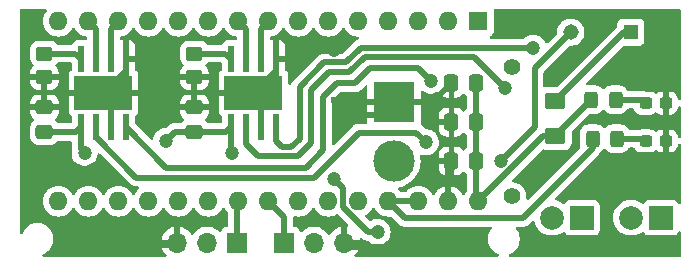
<source format=gbr>
%TF.GenerationSoftware,KiCad,Pcbnew,8.0.4*%
%TF.CreationDate,2025-02-26T16:08:11-05:00*%
%TF.ProjectId,plusle,706c7573-6c65-42e6-9b69-6361645f7063,rev?*%
%TF.SameCoordinates,Original*%
%TF.FileFunction,Copper,L1,Top*%
%TF.FilePolarity,Positive*%
%FSLAX46Y46*%
G04 Gerber Fmt 4.6, Leading zero omitted, Abs format (unit mm)*
G04 Created by KiCad (PCBNEW 8.0.4) date 2025-02-26 16:08:11*
%MOMM*%
%LPD*%
G01*
G04 APERTURE LIST*
G04 Aperture macros list*
%AMRoundRect*
0 Rectangle with rounded corners*
0 $1 Rounding radius*
0 $2 $3 $4 $5 $6 $7 $8 $9 X,Y pos of 4 corners*
0 Add a 4 corners polygon primitive as box body*
4,1,4,$2,$3,$4,$5,$6,$7,$8,$9,$2,$3,0*
0 Add four circle primitives for the rounded corners*
1,1,$1+$1,$2,$3*
1,1,$1+$1,$4,$5*
1,1,$1+$1,$6,$7*
1,1,$1+$1,$8,$9*
0 Add four rect primitives between the rounded corners*
20,1,$1+$1,$2,$3,$4,$5,0*
20,1,$1+$1,$4,$5,$6,$7,0*
20,1,$1+$1,$6,$7,$8,$9,0*
20,1,$1+$1,$8,$9,$2,$3,0*%
G04 Aperture macros list end*
%TA.AperFunction,ComponentPad*%
%ADD10R,1.308000X1.308000*%
%TD*%
%TA.AperFunction,ComponentPad*%
%ADD11C,1.308000*%
%TD*%
%TA.AperFunction,ComponentPad*%
%ADD12C,1.400000*%
%TD*%
%TA.AperFunction,ComponentPad*%
%ADD13R,3.500000X3.500000*%
%TD*%
%TA.AperFunction,ComponentPad*%
%ADD14C,3.500000*%
%TD*%
%TA.AperFunction,SMDPad,CuDef*%
%ADD15R,0.500000X2.200000*%
%TD*%
%TA.AperFunction,ComponentPad*%
%ADD16C,0.630000*%
%TD*%
%TA.AperFunction,SMDPad,CuDef*%
%ADD17R,4.900000X2.950000*%
%TD*%
%TA.AperFunction,SMDPad,CuDef*%
%ADD18RoundRect,0.250000X-0.325000X-0.450000X0.325000X-0.450000X0.325000X0.450000X-0.325000X0.450000X0*%
%TD*%
%TA.AperFunction,SMDPad,CuDef*%
%ADD19RoundRect,0.250000X-0.450000X0.350000X-0.450000X-0.350000X0.450000X-0.350000X0.450000X0.350000X0*%
%TD*%
%TA.AperFunction,ComponentPad*%
%ADD20R,1.700000X1.700000*%
%TD*%
%TA.AperFunction,ComponentPad*%
%ADD21O,1.700000X1.700000*%
%TD*%
%TA.AperFunction,ComponentPad*%
%ADD22C,2.000000*%
%TD*%
%TA.AperFunction,ComponentPad*%
%ADD23R,2.000000X2.000000*%
%TD*%
%TA.AperFunction,SMDPad,CuDef*%
%ADD24RoundRect,0.250001X-0.624999X0.462499X-0.624999X-0.462499X0.624999X-0.462499X0.624999X0.462499X0*%
%TD*%
%TA.AperFunction,SMDPad,CuDef*%
%ADD25RoundRect,0.237500X0.300000X0.237500X-0.300000X0.237500X-0.300000X-0.237500X0.300000X-0.237500X0*%
%TD*%
%TA.AperFunction,SMDPad,CuDef*%
%ADD26RoundRect,0.250000X-0.475000X0.337500X-0.475000X-0.337500X0.475000X-0.337500X0.475000X0.337500X0*%
%TD*%
%TA.AperFunction,SMDPad,CuDef*%
%ADD27RoundRect,0.250000X0.337500X0.475000X-0.337500X0.475000X-0.337500X-0.475000X0.337500X-0.475000X0*%
%TD*%
%TA.AperFunction,ComponentPad*%
%ADD28R,1.600000X1.600000*%
%TD*%
%TA.AperFunction,ComponentPad*%
%ADD29O,1.600000X1.600000*%
%TD*%
%TA.AperFunction,ViaPad*%
%ADD30C,0.600000*%
%TD*%
%TA.AperFunction,ViaPad*%
%ADD31C,1.200000*%
%TD*%
%TA.AperFunction,Conductor*%
%ADD32C,0.500000*%
%TD*%
G04 APERTURE END LIST*
D10*
%TO.P,SW1,1,A*%
%TO.N,Net-(SW1-A)*%
X78040000Y-29100000D03*
D11*
%TO.P,SW1,3,B*%
%TO.N,Net-(J5-Pin_2)*%
X72960000Y-29100000D03*
%TD*%
D12*
%TO.P,J5,*%
%TO.N,*%
X68000000Y-43000000D03*
X68000000Y-32000000D03*
D13*
%TO.P,J5,1,Pin_1*%
%TO.N,GND*%
X58000000Y-35000000D03*
D14*
%TO.P,J5,2,Pin_2*%
%TO.N,Net-(J5-Pin_2)*%
X58000000Y-40000000D03*
%TD*%
D15*
%TO.P,U4,1,GND*%
%TO.N,GND*%
X48005000Y-31375000D03*
%TO.P,U4,2,IN2*%
%TO.N,BIn2*%
X46735000Y-31375000D03*
%TO.P,U4,3,IN1*%
%TO.N,BIn1*%
X45465000Y-31375000D03*
%TO.P,U4,4,ILIM*%
%TO.N,Net-(U4-ILIM)*%
X44195000Y-31375000D03*
%TO.P,U4,5,VM*%
%TO.N,ArduinoVIN*%
X44195000Y-37125000D03*
%TO.P,U4,6,OUT1*%
%TO.N,Net-(J3-Pin_2)*%
X45465000Y-37125000D03*
%TO.P,U4,7,GND*%
%TO.N,GND*%
X46735000Y-37125000D03*
%TO.P,U4,8,OUT2*%
%TO.N,Net-(J3-Pin_1)*%
X48005000Y-37125000D03*
D16*
%TO.P,U4,9,GND*%
%TO.N,GND*%
X47400000Y-33600000D03*
X46100000Y-33600000D03*
X44800000Y-33600000D03*
D17*
X46100000Y-34250000D03*
D16*
X47400000Y-34900000D03*
X46100000Y-34900000D03*
X44800000Y-34900000D03*
%TD*%
D15*
%TO.P,U3,1,GND*%
%TO.N,GND*%
X35305000Y-31375000D03*
%TO.P,U3,2,IN2*%
%TO.N,AIn2*%
X34035000Y-31375000D03*
%TO.P,U3,3,IN1*%
%TO.N,AIn1*%
X32765000Y-31375000D03*
%TO.P,U3,4,ILIM*%
%TO.N,Net-(U3-ILIM)*%
X31495000Y-31375000D03*
%TO.P,U3,5,VM*%
%TO.N,ArduinoVIN*%
X31495000Y-37125000D03*
%TO.P,U3,6,OUT1*%
%TO.N,Net-(J2-Pin_2)*%
X32765000Y-37125000D03*
%TO.P,U3,7,GND*%
%TO.N,GND*%
X34035000Y-37125000D03*
%TO.P,U3,8,OUT2*%
%TO.N,Net-(J2-Pin_1)*%
X35305000Y-37125000D03*
D16*
%TO.P,U3,9,GND*%
%TO.N,GND*%
X34700000Y-33600000D03*
X33400000Y-33600000D03*
X32100000Y-33600000D03*
D17*
X33400000Y-34250000D03*
D16*
X34700000Y-34900000D03*
X33400000Y-34900000D03*
X32100000Y-34900000D03*
%TD*%
D18*
%TO.P,R4,1*%
%TO.N,Arduino5V*%
X74810000Y-38100000D03*
%TO.P,R4,2*%
%TO.N,Net-(D2-A)*%
X76860000Y-38100000D03*
%TD*%
%TO.P,R3,1*%
%TO.N,ArduinoVIN*%
X74710000Y-34800000D03*
%TO.P,R3,2*%
%TO.N,Net-(D1-A)*%
X76760000Y-34800000D03*
%TD*%
D19*
%TO.P,R2,1*%
%TO.N,Net-(U4-ILIM)*%
X41100000Y-30900000D03*
%TO.P,R2,2*%
%TO.N,GND*%
X41100000Y-32900000D03*
%TD*%
%TO.P,R1,1*%
%TO.N,Net-(U3-ILIM)*%
X28400000Y-30900000D03*
%TO.P,R1,2*%
%TO.N,GND*%
X28400000Y-32900000D03*
%TD*%
D20*
%TO.P,J4,1,Pin_1*%
%TO.N,RCSignalA*%
X44725000Y-46900000D03*
D21*
%TO.P,J4,2,Pin_2*%
%TO.N,Arduino5V*%
X42185000Y-46900000D03*
%TO.P,J4,3,Pin_3*%
%TO.N,GND*%
X39645000Y-46900000D03*
%TD*%
D22*
%TO.P,J3,2,Pin_2*%
%TO.N,Net-(J3-Pin_2)*%
X78060000Y-44800000D03*
D23*
%TO.P,J3,1,Pin_1*%
%TO.N,Net-(J3-Pin_1)*%
X80600000Y-44800000D03*
%TD*%
D22*
%TO.P,J2,2,Pin_2*%
%TO.N,Net-(J2-Pin_2)*%
X71360000Y-44800000D03*
D23*
%TO.P,J2,1,Pin_1*%
%TO.N,Net-(J2-Pin_1)*%
X73900000Y-44800000D03*
%TD*%
D20*
%TO.P,J1,1,Pin_1*%
%TO.N,RCSignalB*%
X48675000Y-46900000D03*
D21*
%TO.P,J1,2,Pin_2*%
%TO.N,Arduino5V*%
X51215000Y-46900000D03*
%TO.P,J1,3,Pin_3*%
%TO.N,GND*%
X53755000Y-46900000D03*
%TD*%
D24*
%TO.P,F1,2*%
%TO.N,ArduinoVIN*%
X71660000Y-37887500D03*
%TO.P,F1,1*%
%TO.N,Net-(SW1-A)*%
X71660000Y-34912500D03*
%TD*%
D25*
%TO.P,D2,1,K*%
%TO.N,GND*%
X81022500Y-38300000D03*
%TO.P,D2,2,A*%
%TO.N,Net-(D2-A)*%
X79297500Y-38300000D03*
%TD*%
%TO.P,D1,1,K*%
%TO.N,GND*%
X81022500Y-35100000D03*
%TO.P,D1,2,A*%
%TO.N,Net-(D1-A)*%
X79297500Y-35100000D03*
%TD*%
D26*
%TO.P,C8,1*%
%TO.N,GND*%
X41100000Y-35462500D03*
%TO.P,C8,2*%
%TO.N,ArduinoVIN*%
X41100000Y-37537500D03*
%TD*%
%TO.P,C7,1*%
%TO.N,GND*%
X28400000Y-35462500D03*
%TO.P,C7,2*%
%TO.N,ArduinoVIN*%
X28400000Y-37537500D03*
%TD*%
D27*
%TO.P,C3,1*%
%TO.N,ArduinoVIN*%
X64937500Y-40000000D03*
%TO.P,C3,2*%
%TO.N,GND*%
X62862500Y-40000000D03*
%TD*%
%TO.P,C2,1*%
%TO.N,ArduinoVIN*%
X64937500Y-36700000D03*
%TO.P,C2,2*%
%TO.N,GND*%
X62862500Y-36700000D03*
%TD*%
%TO.P,C1,1*%
%TO.N,ArduinoVIN*%
X64937500Y-33400000D03*
%TO.P,C1,2*%
%TO.N,GND*%
X62862500Y-33400000D03*
%TD*%
D28*
%TO.P,A1,1,D1/TX*%
%TO.N,unconnected-(A1-D1{slash}TX-Pad1)*%
X65140000Y-28160000D03*
D29*
%TO.P,A1,2,D0/RX*%
%TO.N,unconnected-(A1-D0{slash}RX-Pad2)*%
X62600000Y-28160000D03*
%TO.P,A1,3,~{RESET}*%
%TO.N,Arduino5V*%
X60060000Y-28160000D03*
%TO.P,A1,4,GND*%
%TO.N,GND*%
X57520000Y-28160000D03*
%TO.P,A1,5,D2*%
%TO.N,unconnected-(A1-D2-Pad5)*%
X54980000Y-28160000D03*
%TO.P,A1,6,D3*%
%TO.N,unconnected-(A1-D3-Pad6)*%
X52440000Y-28160000D03*
%TO.P,A1,7,D4*%
%TO.N,unconnected-(A1-D4-Pad7)*%
X49900000Y-28160000D03*
%TO.P,A1,8,D5*%
%TO.N,BIn2*%
X47360000Y-28160000D03*
%TO.P,A1,9,D6*%
%TO.N,BIn1*%
X44820000Y-28160000D03*
%TO.P,A1,10,D7*%
%TO.N,unconnected-(A1-D7-Pad10)*%
X42280000Y-28160000D03*
%TO.P,A1,11,D8*%
%TO.N,unconnected-(A1-D8-Pad11)*%
X39740000Y-28160000D03*
%TO.P,A1,12,D9*%
%TO.N,unconnected-(A1-D9-Pad12)*%
X37200000Y-28160000D03*
%TO.P,A1,13,D10*%
%TO.N,AIn2*%
X34660000Y-28160000D03*
%TO.P,A1,14,D11*%
%TO.N,AIn1*%
X32120000Y-28160000D03*
%TO.P,A1,15,D12*%
%TO.N,unconnected-(A1-D12-Pad15)*%
X29580000Y-28160000D03*
%TO.P,A1,16,D13*%
%TO.N,unconnected-(A1-D13-Pad16)*%
X29580000Y-43400000D03*
%TO.P,A1,17,3V3*%
%TO.N,unconnected-(A1-3V3-Pad17)*%
X32120000Y-43400000D03*
%TO.P,A1,18,AREF*%
%TO.N,unconnected-(A1-AREF-Pad18)*%
X34660000Y-43400000D03*
%TO.P,A1,19,A0*%
%TO.N,unconnected-(A1-A0-Pad19)*%
X37200000Y-43400000D03*
%TO.P,A1,20,A1*%
%TO.N,unconnected-(A1-A1-Pad20)*%
X39740000Y-43400000D03*
%TO.P,A1,21,A2*%
%TO.N,unconnected-(A1-A2-Pad21)*%
X42280000Y-43400000D03*
%TO.P,A1,22,A3*%
%TO.N,RCSignalA*%
X44820000Y-43400000D03*
%TO.P,A1,23,A4*%
%TO.N,RCSignalB*%
X47360000Y-43400000D03*
%TO.P,A1,24,A5*%
%TO.N,unconnected-(A1-A5-Pad24)*%
X49900000Y-43400000D03*
%TO.P,A1,25,A6*%
%TO.N,unconnected-(A1-A6-Pad25)*%
X52440000Y-43400000D03*
%TO.P,A1,26,A7*%
%TO.N,unconnected-(A1-A7-Pad26)*%
X54980000Y-43400000D03*
%TO.P,A1,27,+5V*%
%TO.N,Arduino5V*%
X57520000Y-43400000D03*
%TO.P,A1,28,~{RESET}*%
X60060000Y-43400000D03*
%TO.P,A1,29,GND*%
%TO.N,GND*%
X62600000Y-43400000D03*
%TO.P,A1,30,VIN*%
%TO.N,ArduinoVIN*%
X65140000Y-43400000D03*
%TD*%
D30*
%TO.N,GND*%
X52900000Y-34800000D03*
X67100000Y-28900000D03*
X67800000Y-28900000D03*
X55300000Y-36100000D03*
X55300000Y-35100000D03*
D31*
X35200000Y-47100000D03*
X33300000Y-47100000D03*
X61500000Y-47300000D03*
X59900000Y-47300000D03*
X52900000Y-30600000D03*
X51200000Y-30600000D03*
%TO.N,ArduinoVIN*%
X31800000Y-39300000D03*
X38700000Y-38300000D03*
X44250000Y-39350000D03*
X52900000Y-41500000D03*
X56600000Y-46000000D03*
%TO.N,Net-(J3-Pin_1)*%
X69800000Y-30400000D03*
%TO.N,Net-(J2-Pin_1)*%
X61100000Y-33200000D03*
%TO.N,Net-(J2-Pin_2)*%
X60700000Y-38400000D03*
%TO.N,Net-(J5-Pin_2)*%
X67077537Y-39977537D03*
%TO.N,Net-(J3-Pin_2)*%
X67400000Y-33800000D03*
%TD*%
D32*
%TO.N,GND*%
X35200000Y-47100000D02*
X33300000Y-47100000D01*
X39245000Y-47300000D02*
X39645000Y-46900000D01*
X35200000Y-47100000D02*
X39245000Y-47100000D01*
X54155000Y-47300000D02*
X61500000Y-47300000D01*
X53755000Y-46900000D02*
X54155000Y-47300000D01*
%TO.N,Net-(J3-Pin_1)*%
X48005000Y-38305000D02*
X48005000Y-37125000D01*
X48500000Y-38800000D02*
X48005000Y-38305000D01*
X49300000Y-38800000D02*
X48500000Y-38800000D01*
X52050000Y-31650000D02*
X50000000Y-33700000D01*
X53950000Y-31650000D02*
X52050000Y-31650000D01*
X50000000Y-33700000D02*
X50000000Y-38100000D01*
X50000000Y-38100000D02*
X49300000Y-38800000D01*
X69800000Y-30400000D02*
X55200000Y-30400000D01*
X55200000Y-30400000D02*
X53950000Y-31650000D01*
%TO.N,GND*%
X56900000Y-36100000D02*
X58000000Y-35000000D01*
X55300000Y-36100000D02*
X56900000Y-36100000D01*
X54200000Y-36100000D02*
X52900000Y-34800000D01*
X55300000Y-36100000D02*
X54200000Y-36100000D01*
%TO.N,Net-(J2-Pin_1)*%
X38730000Y-40550000D02*
X35305000Y-37125000D01*
X50550000Y-40550000D02*
X38730000Y-40550000D01*
X52000000Y-39100000D02*
X50550000Y-40550000D01*
X52000000Y-34600000D02*
X52000000Y-39100000D01*
X54700000Y-33400000D02*
X53200000Y-33400000D01*
X53200000Y-33400000D02*
X52000000Y-34600000D01*
X60000000Y-32100000D02*
X56000000Y-32100000D01*
X61100000Y-33200000D02*
X60000000Y-32100000D01*
X56000000Y-32100000D02*
X54700000Y-33400000D01*
%TO.N,Net-(J3-Pin_2)*%
X64800000Y-31200000D02*
X67400000Y-33800000D01*
X55500000Y-31200000D02*
X64800000Y-31200000D01*
X52500000Y-32500000D02*
X54200000Y-32500000D01*
X46500000Y-39600000D02*
X49900000Y-39600000D01*
X45465000Y-38565000D02*
X46500000Y-39600000D01*
X49900000Y-39600000D02*
X51000000Y-38500000D01*
X51000000Y-34000000D02*
X52500000Y-32500000D01*
X54200000Y-32500000D02*
X55500000Y-31200000D01*
X51000000Y-38500000D02*
X51000000Y-34000000D01*
X45465000Y-37125000D02*
X45465000Y-38565000D01*
%TO.N,GND*%
X62600000Y-40262500D02*
X62862500Y-40000000D01*
X62600000Y-43400000D02*
X62600000Y-40262500D01*
X61262500Y-35000000D02*
X58000000Y-35000000D01*
X62862500Y-33400000D02*
X61262500Y-35000000D01*
X34035000Y-37125000D02*
X34035000Y-34885000D01*
X34035000Y-34885000D02*
X33400000Y-34250000D01*
X35305000Y-31375000D02*
X35305000Y-32345000D01*
X35305000Y-32345000D02*
X33400000Y-34250000D01*
X48005000Y-31375000D02*
X48005000Y-32345000D01*
X48005000Y-32345000D02*
X46100000Y-34250000D01*
X46735000Y-34885000D02*
X46100000Y-34250000D01*
X46735000Y-37125000D02*
X46735000Y-34885000D01*
%TO.N,ArduinoVIN*%
X55812233Y-46000000D02*
X56600000Y-46000000D01*
X53700000Y-43887767D02*
X55812233Y-46000000D01*
X52900000Y-41500000D02*
X53700000Y-42300000D01*
X53700000Y-42300000D02*
X53700000Y-43887767D01*
%TO.N,Net-(J2-Pin_2)*%
X59900000Y-37600000D02*
X60700000Y-38400000D01*
X55000000Y-37600000D02*
X59900000Y-37600000D01*
X36190000Y-41400000D02*
X51200000Y-41400000D01*
X32765000Y-37975000D02*
X36190000Y-41400000D01*
X32765000Y-37125000D02*
X32765000Y-37975000D01*
X51200000Y-41400000D02*
X55000000Y-37600000D01*
%TO.N,ArduinoVIN*%
X44195000Y-39295000D02*
X44195000Y-37125000D01*
X44250000Y-39350000D02*
X44195000Y-39295000D01*
X31495000Y-38995000D02*
X31800000Y-39300000D01*
X31495000Y-37125000D02*
X31495000Y-38995000D01*
X39462500Y-37537500D02*
X38700000Y-38300000D01*
X41100000Y-37537500D02*
X39462500Y-37537500D01*
%TO.N,Arduino5V*%
X58920000Y-44800000D02*
X57520000Y-43400000D01*
X68900000Y-44800000D02*
X58920000Y-44800000D01*
X74810000Y-38890000D02*
X68900000Y-44800000D01*
X74810000Y-38100000D02*
X74810000Y-38890000D01*
%TO.N,Net-(J5-Pin_2)*%
X69900000Y-37155074D02*
X67077537Y-39977537D01*
X69900000Y-32160000D02*
X69900000Y-36900000D01*
X69900000Y-36900000D02*
X69900000Y-37155074D01*
X72960000Y-29100000D02*
X69900000Y-32160000D01*
%TO.N,Net-(SW1-A)*%
X77472500Y-29100000D02*
X78040000Y-29100000D01*
X71660000Y-34912500D02*
X77472500Y-29100000D01*
%TO.N,Net-(D2-A)*%
X79097500Y-38100000D02*
X79297500Y-38300000D01*
X76860000Y-38100000D02*
X79097500Y-38100000D01*
%TO.N,Net-(D1-A)*%
X78997500Y-34800000D02*
X79297500Y-35100000D01*
X76760000Y-34800000D02*
X78997500Y-34800000D01*
%TO.N,BIn2*%
X46735000Y-28785000D02*
X47360000Y-28160000D01*
X46735000Y-31375000D02*
X46735000Y-28785000D01*
%TO.N,BIn1*%
X45465000Y-28805000D02*
X44820000Y-28160000D01*
X45465000Y-31375000D02*
X45465000Y-28805000D01*
%TO.N,AIn2*%
X34035000Y-28785000D02*
X34660000Y-28160000D01*
X34035000Y-31375000D02*
X34035000Y-28785000D01*
%TO.N,AIn1*%
X32765000Y-28805000D02*
X32120000Y-28160000D01*
X32765000Y-31375000D02*
X32765000Y-28805000D01*
%TO.N,RCSignalB*%
X48675000Y-44715000D02*
X47360000Y-43400000D01*
X48675000Y-46900000D02*
X48675000Y-44715000D01*
%TO.N,RCSignalA*%
X44725000Y-43495000D02*
X44820000Y-43400000D01*
X44725000Y-46900000D02*
X44725000Y-43495000D01*
%TO.N,ArduinoVIN*%
X43782500Y-37537500D02*
X44195000Y-37125000D01*
X41100000Y-37537500D02*
X43782500Y-37537500D01*
X31082500Y-37537500D02*
X31495000Y-37125000D01*
X28400000Y-37537500D02*
X31082500Y-37537500D01*
X71660000Y-37850000D02*
X74710000Y-34800000D01*
X71660000Y-37887500D02*
X71660000Y-37850000D01*
X70652500Y-37887500D02*
X71660000Y-37887500D01*
X65140000Y-43400000D02*
X70652500Y-37887500D01*
%TO.N,Arduino5V*%
X57520000Y-43400000D02*
X60060000Y-43400000D01*
%TO.N,ArduinoVIN*%
X64937500Y-43197500D02*
X65140000Y-43400000D01*
X64937500Y-40000000D02*
X64937500Y-43197500D01*
X64937500Y-36700000D02*
X64937500Y-40000000D01*
X64937500Y-33400000D02*
X64937500Y-36700000D01*
%TO.N,Net-(U4-ILIM)*%
X43720000Y-30900000D02*
X44195000Y-31375000D01*
X41100000Y-30900000D02*
X43720000Y-30900000D01*
%TO.N,Net-(U3-ILIM)*%
X31020000Y-30900000D02*
X31495000Y-31375000D01*
X28400000Y-30900000D02*
X31020000Y-30900000D01*
%TD*%
%TA.AperFunction,Conductor*%
%TO.N,GND*%
G36*
X28567990Y-27120185D02*
G01*
X28613745Y-27172989D01*
X28623689Y-27242147D01*
X28594664Y-27305703D01*
X28588632Y-27312181D01*
X28579954Y-27320858D01*
X28449432Y-27507265D01*
X28449431Y-27507267D01*
X28353261Y-27713502D01*
X28353258Y-27713511D01*
X28294366Y-27933302D01*
X28294364Y-27933313D01*
X28274532Y-28159998D01*
X28274532Y-28160001D01*
X28294364Y-28386686D01*
X28294366Y-28386697D01*
X28353258Y-28606488D01*
X28353261Y-28606497D01*
X28449431Y-28812732D01*
X28449432Y-28812734D01*
X28579954Y-28999141D01*
X28740858Y-29160045D01*
X28740861Y-29160047D01*
X28927266Y-29290568D01*
X29133504Y-29386739D01*
X29353308Y-29445635D01*
X29515230Y-29459801D01*
X29579998Y-29465468D01*
X29580000Y-29465468D01*
X29580002Y-29465468D01*
X29636796Y-29460499D01*
X29806692Y-29445635D01*
X30026496Y-29386739D01*
X30232734Y-29290568D01*
X30419139Y-29160047D01*
X30580047Y-28999139D01*
X30710568Y-28812734D01*
X30737618Y-28754724D01*
X30783790Y-28702285D01*
X30850983Y-28683133D01*
X30917865Y-28703348D01*
X30962382Y-28754725D01*
X30989429Y-28812728D01*
X30989432Y-28812734D01*
X31119954Y-28999141D01*
X31280858Y-29160045D01*
X31280861Y-29160047D01*
X31467266Y-29290568D01*
X31673504Y-29386739D01*
X31893308Y-29445635D01*
X31901305Y-29446334D01*
X31966371Y-29471783D01*
X32007353Y-29528372D01*
X32014500Y-29569862D01*
X32014500Y-29662744D01*
X31994815Y-29729783D01*
X31942011Y-29775538D01*
X31872853Y-29785482D01*
X31860142Y-29782238D01*
X31860035Y-29782693D01*
X31852491Y-29780910D01*
X31852483Y-29780909D01*
X31792873Y-29774500D01*
X31792863Y-29774500D01*
X31197129Y-29774500D01*
X31197123Y-29774501D01*
X31137516Y-29780908D01*
X31002671Y-29831202D01*
X31002664Y-29831206D01*
X30887455Y-29917452D01*
X30887452Y-29917455D01*
X30801206Y-30032664D01*
X30801203Y-30032669D01*
X30787715Y-30068834D01*
X30745843Y-30124767D01*
X30680379Y-30149184D01*
X30671533Y-30149500D01*
X29553958Y-30149500D01*
X29486919Y-30129815D01*
X29448420Y-30090598D01*
X29442712Y-30081344D01*
X29318657Y-29957289D01*
X29318656Y-29957288D01*
X29195158Y-29881114D01*
X29169336Y-29865187D01*
X29169331Y-29865185D01*
X29128159Y-29851542D01*
X29002797Y-29810001D01*
X29002795Y-29810000D01*
X28900010Y-29799500D01*
X27899998Y-29799500D01*
X27899980Y-29799501D01*
X27797203Y-29810000D01*
X27797200Y-29810001D01*
X27630668Y-29865185D01*
X27630663Y-29865187D01*
X27481342Y-29957289D01*
X27357289Y-30081342D01*
X27265187Y-30230663D01*
X27265185Y-30230668D01*
X27245253Y-30290819D01*
X27210001Y-30397203D01*
X27210001Y-30397204D01*
X27210000Y-30397204D01*
X27199500Y-30499983D01*
X27199500Y-31300001D01*
X27199501Y-31300019D01*
X27210000Y-31402796D01*
X27210001Y-31402799D01*
X27263571Y-31564461D01*
X27265186Y-31569334D01*
X27357286Y-31718653D01*
X27357289Y-31718657D01*
X27451304Y-31812672D01*
X27484789Y-31873995D01*
X27479805Y-31943687D01*
X27451305Y-31988034D01*
X27357682Y-32081657D01*
X27265643Y-32230875D01*
X27265641Y-32230880D01*
X27210494Y-32397302D01*
X27210493Y-32397309D01*
X27200000Y-32500013D01*
X27200000Y-32650000D01*
X29599999Y-32650000D01*
X29599999Y-32500028D01*
X29599998Y-32500013D01*
X29589505Y-32397302D01*
X29534358Y-32230880D01*
X29534356Y-32230875D01*
X29442315Y-32081654D01*
X29348695Y-31988034D01*
X29315210Y-31926711D01*
X29320194Y-31857019D01*
X29348691Y-31812676D01*
X29442712Y-31718656D01*
X29448420Y-31709402D01*
X29500368Y-31662678D01*
X29553958Y-31650500D01*
X30620500Y-31650500D01*
X30687539Y-31670185D01*
X30733294Y-31722989D01*
X30744500Y-31774500D01*
X30744500Y-32242187D01*
X30724815Y-32309226D01*
X30694811Y-32341453D01*
X30592812Y-32417809D01*
X30592809Y-32417812D01*
X30506649Y-32532906D01*
X30506645Y-32532913D01*
X30456403Y-32667620D01*
X30456401Y-32667627D01*
X30450000Y-32727155D01*
X30450000Y-34000000D01*
X36350000Y-34000000D01*
X36350000Y-33299986D01*
X39900001Y-33299986D01*
X39910494Y-33402697D01*
X39965641Y-33569119D01*
X39965643Y-33569124D01*
X40057684Y-33718345D01*
X40181654Y-33842315D01*
X40330875Y-33934356D01*
X40330880Y-33934358D01*
X40497302Y-33989505D01*
X40497309Y-33989506D01*
X40600019Y-33999999D01*
X40849999Y-33999999D01*
X41350000Y-33999999D01*
X41599972Y-33999999D01*
X41599986Y-33999998D01*
X41702697Y-33989505D01*
X41869119Y-33934358D01*
X41869124Y-33934356D01*
X42018345Y-33842315D01*
X42142315Y-33718345D01*
X42234356Y-33569124D01*
X42234358Y-33569119D01*
X42289505Y-33402697D01*
X42289506Y-33402690D01*
X42299999Y-33299986D01*
X42300000Y-33299973D01*
X42300000Y-33150000D01*
X41350000Y-33150000D01*
X41350000Y-33999999D01*
X40849999Y-33999999D01*
X40850000Y-33999998D01*
X40850000Y-33150000D01*
X39900001Y-33150000D01*
X39900001Y-33299986D01*
X36350000Y-33299986D01*
X36350000Y-32727172D01*
X36349999Y-32727155D01*
X36343598Y-32667627D01*
X36343596Y-32667620D01*
X36293354Y-32532913D01*
X36293350Y-32532906D01*
X36207190Y-32417812D01*
X36104688Y-32341078D01*
X36062818Y-32285144D01*
X36055000Y-32241812D01*
X36055000Y-31625000D01*
X35555000Y-31625000D01*
X35555000Y-32894000D01*
X35535315Y-32961039D01*
X35482511Y-33006794D01*
X35431000Y-33018000D01*
X35331396Y-33018000D01*
X35395793Y-33082398D01*
X35429277Y-33143722D01*
X35424292Y-33213414D01*
X35395792Y-33257760D01*
X34787681Y-33865872D01*
X34726358Y-33899357D01*
X34656667Y-33894373D01*
X34612319Y-33865872D01*
X34434128Y-33687681D01*
X34400643Y-33626358D01*
X34404875Y-33567179D01*
X34535000Y-33567179D01*
X34535000Y-33632821D01*
X34560119Y-33693465D01*
X34606535Y-33739881D01*
X34667179Y-33765000D01*
X34732821Y-33765000D01*
X34793465Y-33739881D01*
X34839881Y-33693465D01*
X34865000Y-33632821D01*
X34865000Y-33567179D01*
X34839881Y-33506535D01*
X34793465Y-33460119D01*
X34732821Y-33435000D01*
X34667179Y-33435000D01*
X34606535Y-33460119D01*
X34560119Y-33506535D01*
X34535000Y-33567179D01*
X34404875Y-33567179D01*
X34405627Y-33556666D01*
X34434128Y-33512319D01*
X35054999Y-32891447D01*
X35055000Y-32891446D01*
X35055000Y-31125000D01*
X35555000Y-31125000D01*
X36055000Y-31125000D01*
X36055000Y-30227172D01*
X36054999Y-30227155D01*
X36048598Y-30167627D01*
X36048596Y-30167620D01*
X35998354Y-30032913D01*
X35998350Y-30032906D01*
X35912190Y-29917812D01*
X35912187Y-29917809D01*
X35797093Y-29831649D01*
X35797086Y-29831645D01*
X35662379Y-29781403D01*
X35662372Y-29781401D01*
X35602844Y-29775000D01*
X35555000Y-29775000D01*
X35555000Y-31125000D01*
X35055000Y-31125000D01*
X35055000Y-29775000D01*
X35007155Y-29775000D01*
X34947627Y-29781401D01*
X34940070Y-29783187D01*
X34939417Y-29780426D01*
X34883092Y-29784431D01*
X34821783Y-29750921D01*
X34788323Y-29689584D01*
X34785500Y-29663276D01*
X34785500Y-29567526D01*
X34805185Y-29500487D01*
X34857989Y-29454732D01*
X34881561Y-29447402D01*
X34881463Y-29447036D01*
X34886699Y-29445633D01*
X35106496Y-29386739D01*
X35312734Y-29290568D01*
X35499139Y-29160047D01*
X35660047Y-28999139D01*
X35790568Y-28812734D01*
X35817618Y-28754724D01*
X35863790Y-28702285D01*
X35930983Y-28683133D01*
X35997865Y-28703348D01*
X36042382Y-28754725D01*
X36069429Y-28812728D01*
X36069432Y-28812734D01*
X36199954Y-28999141D01*
X36360858Y-29160045D01*
X36360861Y-29160047D01*
X36547266Y-29290568D01*
X36753504Y-29386739D01*
X36973308Y-29445635D01*
X37135230Y-29459801D01*
X37199998Y-29465468D01*
X37200000Y-29465468D01*
X37200002Y-29465468D01*
X37256796Y-29460499D01*
X37426692Y-29445635D01*
X37646496Y-29386739D01*
X37852734Y-29290568D01*
X38039139Y-29160047D01*
X38200047Y-28999139D01*
X38330568Y-28812734D01*
X38357618Y-28754724D01*
X38403790Y-28702285D01*
X38470983Y-28683133D01*
X38537865Y-28703348D01*
X38582382Y-28754725D01*
X38609429Y-28812728D01*
X38609432Y-28812734D01*
X38739954Y-28999141D01*
X38900858Y-29160045D01*
X38900861Y-29160047D01*
X39087266Y-29290568D01*
X39293504Y-29386739D01*
X39513308Y-29445635D01*
X39675230Y-29459801D01*
X39739998Y-29465468D01*
X39740000Y-29465468D01*
X39740002Y-29465468D01*
X39796796Y-29460499D01*
X39966692Y-29445635D01*
X40186496Y-29386739D01*
X40392734Y-29290568D01*
X40579139Y-29160047D01*
X40740047Y-28999139D01*
X40870568Y-28812734D01*
X40897618Y-28754724D01*
X40943790Y-28702285D01*
X41010983Y-28683133D01*
X41077865Y-28703348D01*
X41122382Y-28754725D01*
X41149429Y-28812728D01*
X41149432Y-28812734D01*
X41279954Y-28999141D01*
X41440858Y-29160045D01*
X41440861Y-29160047D01*
X41627266Y-29290568D01*
X41833504Y-29386739D01*
X42053308Y-29445635D01*
X42215230Y-29459801D01*
X42279998Y-29465468D01*
X42280000Y-29465468D01*
X42280002Y-29465468D01*
X42336796Y-29460499D01*
X42506692Y-29445635D01*
X42726496Y-29386739D01*
X42932734Y-29290568D01*
X43119139Y-29160047D01*
X43280047Y-28999139D01*
X43410568Y-28812734D01*
X43437618Y-28754724D01*
X43483790Y-28702285D01*
X43550983Y-28683133D01*
X43617865Y-28703348D01*
X43662382Y-28754725D01*
X43689429Y-28812728D01*
X43689432Y-28812734D01*
X43819954Y-28999141D01*
X43980858Y-29160045D01*
X43980861Y-29160047D01*
X44167266Y-29290568D01*
X44373504Y-29386739D01*
X44593308Y-29445635D01*
X44601305Y-29446334D01*
X44666371Y-29471783D01*
X44707353Y-29528372D01*
X44714500Y-29569862D01*
X44714500Y-29662744D01*
X44694815Y-29729783D01*
X44642011Y-29775538D01*
X44572853Y-29785482D01*
X44560142Y-29782238D01*
X44560035Y-29782693D01*
X44552491Y-29780910D01*
X44552483Y-29780909D01*
X44492873Y-29774500D01*
X44492863Y-29774500D01*
X43897129Y-29774500D01*
X43897123Y-29774501D01*
X43837516Y-29780908D01*
X43702671Y-29831202D01*
X43702664Y-29831206D01*
X43587455Y-29917452D01*
X43587452Y-29917455D01*
X43501206Y-30032664D01*
X43501203Y-30032669D01*
X43487715Y-30068834D01*
X43445843Y-30124767D01*
X43380379Y-30149184D01*
X43371533Y-30149500D01*
X42253958Y-30149500D01*
X42186919Y-30129815D01*
X42148420Y-30090598D01*
X42142712Y-30081344D01*
X42018657Y-29957289D01*
X42018656Y-29957288D01*
X41895158Y-29881114D01*
X41869336Y-29865187D01*
X41869331Y-29865185D01*
X41828159Y-29851542D01*
X41702797Y-29810001D01*
X41702795Y-29810000D01*
X41600010Y-29799500D01*
X40599998Y-29799500D01*
X40599980Y-29799501D01*
X40497203Y-29810000D01*
X40497200Y-29810001D01*
X40330668Y-29865185D01*
X40330663Y-29865187D01*
X40181342Y-29957289D01*
X40057289Y-30081342D01*
X39965187Y-30230663D01*
X39965185Y-30230668D01*
X39945253Y-30290819D01*
X39910001Y-30397203D01*
X39910001Y-30397204D01*
X39910000Y-30397204D01*
X39899500Y-30499983D01*
X39899500Y-31300001D01*
X39899501Y-31300019D01*
X39910000Y-31402796D01*
X39910001Y-31402799D01*
X39963571Y-31564461D01*
X39965186Y-31569334D01*
X40057286Y-31718653D01*
X40057289Y-31718657D01*
X40151304Y-31812672D01*
X40184789Y-31873995D01*
X40179805Y-31943687D01*
X40151305Y-31988034D01*
X40057682Y-32081657D01*
X39965643Y-32230875D01*
X39965641Y-32230880D01*
X39910494Y-32397302D01*
X39910493Y-32397309D01*
X39900000Y-32500013D01*
X39900000Y-32650000D01*
X42299999Y-32650000D01*
X42299999Y-32500028D01*
X42299998Y-32500013D01*
X42289505Y-32397302D01*
X42234358Y-32230880D01*
X42234356Y-32230875D01*
X42142315Y-32081654D01*
X42048695Y-31988034D01*
X42015210Y-31926711D01*
X42020194Y-31857019D01*
X42048691Y-31812676D01*
X42142712Y-31718656D01*
X42148420Y-31709402D01*
X42200368Y-31662678D01*
X42253958Y-31650500D01*
X43320500Y-31650500D01*
X43387539Y-31670185D01*
X43433294Y-31722989D01*
X43444500Y-31774500D01*
X43444500Y-32242187D01*
X43424815Y-32309226D01*
X43394811Y-32341453D01*
X43292812Y-32417809D01*
X43292809Y-32417812D01*
X43206649Y-32532906D01*
X43206645Y-32532913D01*
X43156403Y-32667620D01*
X43156401Y-32667627D01*
X43150000Y-32727155D01*
X43150000Y-34000000D01*
X46226000Y-34000000D01*
X46293039Y-34019685D01*
X46338794Y-34072489D01*
X46350000Y-34124000D01*
X46350000Y-34376000D01*
X46330315Y-34443039D01*
X46277511Y-34488794D01*
X46226000Y-34500000D01*
X43150000Y-34500000D01*
X43150000Y-35772844D01*
X43156401Y-35832372D01*
X43156403Y-35832379D01*
X43206645Y-35967086D01*
X43206649Y-35967093D01*
X43292809Y-36082187D01*
X43292812Y-36082190D01*
X43394811Y-36158547D01*
X43436682Y-36214480D01*
X43444500Y-36257813D01*
X43444500Y-36663000D01*
X43424815Y-36730039D01*
X43372011Y-36775794D01*
X43320500Y-36787000D01*
X42271248Y-36787000D01*
X42204209Y-36767315D01*
X42173468Y-36736002D01*
X42172193Y-36737011D01*
X42167711Y-36731343D01*
X42043657Y-36607289D01*
X42043656Y-36607288D01*
X42040342Y-36605243D01*
X42038546Y-36603248D01*
X42037989Y-36602807D01*
X42038064Y-36602711D01*
X41993618Y-36553297D01*
X41982397Y-36484334D01*
X42010240Y-36420252D01*
X42040348Y-36394165D01*
X42043342Y-36392318D01*
X42167315Y-36268345D01*
X42259356Y-36119124D01*
X42259358Y-36119119D01*
X42314505Y-35952697D01*
X42314506Y-35952690D01*
X42324999Y-35849986D01*
X42325000Y-35849973D01*
X42325000Y-35712500D01*
X39875001Y-35712500D01*
X39875001Y-35849986D01*
X39885494Y-35952697D01*
X39940641Y-36119119D01*
X39940643Y-36119124D01*
X40032684Y-36268345D01*
X40156655Y-36392316D01*
X40156659Y-36392319D01*
X40159656Y-36394168D01*
X40161279Y-36395972D01*
X40162323Y-36396798D01*
X40162181Y-36396976D01*
X40206381Y-36446116D01*
X40217602Y-36515079D01*
X40189759Y-36579161D01*
X40159661Y-36605241D01*
X40156349Y-36607283D01*
X40156343Y-36607288D01*
X40032288Y-36731343D01*
X40027807Y-36737011D01*
X40025984Y-36735569D01*
X39982335Y-36774825D01*
X39928752Y-36787000D01*
X39388580Y-36787000D01*
X39243592Y-36815840D01*
X39243586Y-36815842D01*
X39107008Y-36872414D01*
X39106996Y-36872421D01*
X39057769Y-36905313D01*
X38984088Y-36954544D01*
X38984080Y-36954550D01*
X38775451Y-37163181D01*
X38714128Y-37196666D01*
X38687770Y-37199500D01*
X38598024Y-37199500D01*
X38397544Y-37236976D01*
X38397541Y-37236976D01*
X38397541Y-37236977D01*
X38207364Y-37310651D01*
X38207357Y-37310655D01*
X38033960Y-37418017D01*
X38033958Y-37418019D01*
X37883237Y-37555418D01*
X37760327Y-37718178D01*
X37669422Y-37900739D01*
X37669417Y-37900752D01*
X37613601Y-38096921D01*
X37613467Y-38097643D01*
X37613307Y-38097957D01*
X37612034Y-38102432D01*
X37611158Y-38102182D01*
X37581795Y-38159922D01*
X37521481Y-38195191D01*
X37451673Y-38192253D01*
X37403899Y-38162531D01*
X36091818Y-36850450D01*
X36058333Y-36789127D01*
X36055499Y-36762769D01*
X36055499Y-36257813D01*
X36075184Y-36190774D01*
X36105188Y-36158546D01*
X36207191Y-36082186D01*
X36293350Y-35967093D01*
X36293354Y-35967086D01*
X36343596Y-35832379D01*
X36343598Y-35832372D01*
X36349999Y-35772844D01*
X36350000Y-35772827D01*
X36350000Y-35075013D01*
X39875000Y-35075013D01*
X39875000Y-35212500D01*
X40850000Y-35212500D01*
X41350000Y-35212500D01*
X42324999Y-35212500D01*
X42324999Y-35075028D01*
X42324998Y-35075013D01*
X42314505Y-34972302D01*
X42259358Y-34805880D01*
X42259356Y-34805875D01*
X42167315Y-34656654D01*
X42043345Y-34532684D01*
X41894124Y-34440643D01*
X41894119Y-34440641D01*
X41727697Y-34385494D01*
X41727690Y-34385493D01*
X41624986Y-34375000D01*
X41350000Y-34375000D01*
X41350000Y-35212500D01*
X40850000Y-35212500D01*
X40850000Y-34375000D01*
X40575029Y-34375000D01*
X40575012Y-34375001D01*
X40472302Y-34385494D01*
X40305880Y-34440641D01*
X40305875Y-34440643D01*
X40156654Y-34532684D01*
X40032684Y-34656654D01*
X39940643Y-34805875D01*
X39940641Y-34805880D01*
X39885494Y-34972302D01*
X39885493Y-34972309D01*
X39875000Y-35075013D01*
X36350000Y-35075013D01*
X36350000Y-34500000D01*
X30450000Y-34500000D01*
X30450000Y-35772844D01*
X30456401Y-35832372D01*
X30456403Y-35832379D01*
X30506645Y-35967086D01*
X30506649Y-35967093D01*
X30592809Y-36082187D01*
X30592812Y-36082190D01*
X30694811Y-36158547D01*
X30736682Y-36214480D01*
X30744500Y-36257813D01*
X30744500Y-36663000D01*
X30724815Y-36730039D01*
X30672011Y-36775794D01*
X30620500Y-36787000D01*
X29571248Y-36787000D01*
X29504209Y-36767315D01*
X29473468Y-36736002D01*
X29472193Y-36737011D01*
X29467711Y-36731343D01*
X29343657Y-36607289D01*
X29343656Y-36607288D01*
X29340342Y-36605243D01*
X29338546Y-36603248D01*
X29337989Y-36602807D01*
X29338064Y-36602711D01*
X29293618Y-36553297D01*
X29282397Y-36484334D01*
X29310240Y-36420252D01*
X29340348Y-36394165D01*
X29343342Y-36392318D01*
X29467315Y-36268345D01*
X29559356Y-36119124D01*
X29559358Y-36119119D01*
X29614505Y-35952697D01*
X29614506Y-35952690D01*
X29624999Y-35849986D01*
X29625000Y-35849973D01*
X29625000Y-35712500D01*
X27175001Y-35712500D01*
X27175001Y-35849986D01*
X27185494Y-35952697D01*
X27240641Y-36119119D01*
X27240643Y-36119124D01*
X27332684Y-36268345D01*
X27456655Y-36392316D01*
X27456659Y-36392319D01*
X27459656Y-36394168D01*
X27461279Y-36395972D01*
X27462323Y-36396798D01*
X27462181Y-36396976D01*
X27506381Y-36446116D01*
X27517602Y-36515079D01*
X27489759Y-36579161D01*
X27459661Y-36605241D01*
X27456349Y-36607283D01*
X27456343Y-36607288D01*
X27332289Y-36731342D01*
X27240187Y-36880663D01*
X27240185Y-36880668D01*
X27230465Y-36910001D01*
X27185001Y-37047203D01*
X27185001Y-37047204D01*
X27185000Y-37047204D01*
X27174500Y-37149983D01*
X27174500Y-37149996D01*
X27174501Y-37924999D01*
X27174501Y-37925019D01*
X27185000Y-38027796D01*
X27185001Y-38027799D01*
X27240185Y-38194331D01*
X27240187Y-38194336D01*
X27241779Y-38196917D01*
X27332288Y-38343656D01*
X27456344Y-38467712D01*
X27605666Y-38559814D01*
X27772203Y-38614999D01*
X27874991Y-38625500D01*
X28925008Y-38625499D01*
X28925016Y-38625498D01*
X28925019Y-38625498D01*
X28981302Y-38619748D01*
X29027797Y-38614999D01*
X29194334Y-38559814D01*
X29343656Y-38467712D01*
X29467712Y-38343656D01*
X29467715Y-38343650D01*
X29472193Y-38337989D01*
X29474015Y-38339430D01*
X29517665Y-38300175D01*
X29571248Y-38288000D01*
X30620500Y-38288000D01*
X30687539Y-38307685D01*
X30733294Y-38360489D01*
X30744500Y-38412000D01*
X30744500Y-38971030D01*
X30739766Y-39004964D01*
X30713603Y-39096915D01*
X30713602Y-39096917D01*
X30694785Y-39299999D01*
X30694785Y-39300000D01*
X30713602Y-39503082D01*
X30769417Y-39699247D01*
X30769422Y-39699260D01*
X30860327Y-39881821D01*
X30983237Y-40044581D01*
X31133958Y-40181980D01*
X31133960Y-40181982D01*
X31233141Y-40243392D01*
X31307363Y-40289348D01*
X31497544Y-40363024D01*
X31698024Y-40400500D01*
X31698026Y-40400500D01*
X31901974Y-40400500D01*
X31901976Y-40400500D01*
X32102456Y-40363024D01*
X32292637Y-40289348D01*
X32466041Y-40181981D01*
X32616764Y-40044579D01*
X32739673Y-39881821D01*
X32830582Y-39699250D01*
X32886397Y-39503083D01*
X32891309Y-39450067D01*
X32917094Y-39385131D01*
X32973894Y-39344443D01*
X33043675Y-39340923D01*
X33102461Y-39373828D01*
X35607048Y-41878415D01*
X35607049Y-41878416D01*
X35673138Y-41944505D01*
X35711585Y-41982952D01*
X35834498Y-42065080D01*
X35834511Y-42065087D01*
X35955182Y-42115070D01*
X35971087Y-42121658D01*
X35971091Y-42121658D01*
X35971092Y-42121659D01*
X36116079Y-42150500D01*
X36116082Y-42150500D01*
X36323839Y-42150500D01*
X36390878Y-42170185D01*
X36436633Y-42222989D01*
X36446577Y-42292147D01*
X36417552Y-42355703D01*
X36394962Y-42376075D01*
X36360858Y-42399954D01*
X36199954Y-42560858D01*
X36069432Y-42747265D01*
X36069431Y-42747267D01*
X36042382Y-42805275D01*
X35996209Y-42857714D01*
X35929016Y-42876866D01*
X35862135Y-42856650D01*
X35817618Y-42805275D01*
X35790568Y-42747266D01*
X35662578Y-42564476D01*
X35660045Y-42560858D01*
X35499141Y-42399954D01*
X35312734Y-42269432D01*
X35312732Y-42269431D01*
X35106497Y-42173261D01*
X35106488Y-42173258D01*
X34886697Y-42114366D01*
X34886693Y-42114365D01*
X34886692Y-42114365D01*
X34886691Y-42114364D01*
X34886686Y-42114364D01*
X34660002Y-42094532D01*
X34659998Y-42094532D01*
X34433313Y-42114364D01*
X34433302Y-42114366D01*
X34213511Y-42173258D01*
X34213502Y-42173261D01*
X34007267Y-42269431D01*
X34007265Y-42269432D01*
X33820858Y-42399954D01*
X33659954Y-42560858D01*
X33529432Y-42747265D01*
X33529431Y-42747267D01*
X33502382Y-42805275D01*
X33456209Y-42857714D01*
X33389016Y-42876866D01*
X33322135Y-42856650D01*
X33277618Y-42805275D01*
X33250568Y-42747266D01*
X33122578Y-42564476D01*
X33120045Y-42560858D01*
X32959141Y-42399954D01*
X32772734Y-42269432D01*
X32772732Y-42269431D01*
X32566497Y-42173261D01*
X32566488Y-42173258D01*
X32346697Y-42114366D01*
X32346693Y-42114365D01*
X32346692Y-42114365D01*
X32346691Y-42114364D01*
X32346686Y-42114364D01*
X32120002Y-42094532D01*
X32119998Y-42094532D01*
X31893313Y-42114364D01*
X31893302Y-42114366D01*
X31673511Y-42173258D01*
X31673502Y-42173261D01*
X31467267Y-42269431D01*
X31467265Y-42269432D01*
X31280858Y-42399954D01*
X31119954Y-42560858D01*
X30989432Y-42747265D01*
X30989431Y-42747267D01*
X30962382Y-42805275D01*
X30916209Y-42857714D01*
X30849016Y-42876866D01*
X30782135Y-42856650D01*
X30737618Y-42805275D01*
X30710568Y-42747266D01*
X30582578Y-42564476D01*
X30580045Y-42560858D01*
X30419141Y-42399954D01*
X30232734Y-42269432D01*
X30232732Y-42269431D01*
X30026497Y-42173261D01*
X30026488Y-42173258D01*
X29806697Y-42114366D01*
X29806693Y-42114365D01*
X29806692Y-42114365D01*
X29806691Y-42114364D01*
X29806686Y-42114364D01*
X29580002Y-42094532D01*
X29579998Y-42094532D01*
X29353313Y-42114364D01*
X29353302Y-42114366D01*
X29133511Y-42173258D01*
X29133502Y-42173261D01*
X28927267Y-42269431D01*
X28927265Y-42269432D01*
X28740858Y-42399954D01*
X28579954Y-42560858D01*
X28449432Y-42747265D01*
X28449431Y-42747267D01*
X28353261Y-42953502D01*
X28353258Y-42953511D01*
X28294366Y-43173302D01*
X28294364Y-43173313D01*
X28274532Y-43399998D01*
X28274532Y-43400001D01*
X28294364Y-43626686D01*
X28294366Y-43626697D01*
X28353258Y-43846488D01*
X28353261Y-43846497D01*
X28449431Y-44052732D01*
X28449432Y-44052734D01*
X28579954Y-44239141D01*
X28740858Y-44400045D01*
X28740861Y-44400047D01*
X28927266Y-44530568D01*
X29133504Y-44626739D01*
X29353308Y-44685635D01*
X29515230Y-44699801D01*
X29579998Y-44705468D01*
X29580000Y-44705468D01*
X29580002Y-44705468D01*
X29636673Y-44700509D01*
X29806692Y-44685635D01*
X30026496Y-44626739D01*
X30232734Y-44530568D01*
X30419139Y-44400047D01*
X30580047Y-44239139D01*
X30710568Y-44052734D01*
X30737618Y-43994724D01*
X30783790Y-43942285D01*
X30850983Y-43923133D01*
X30917865Y-43943348D01*
X30962382Y-43994725D01*
X30989429Y-44052728D01*
X30989432Y-44052734D01*
X31119954Y-44239141D01*
X31280858Y-44400045D01*
X31280861Y-44400047D01*
X31467266Y-44530568D01*
X31673504Y-44626739D01*
X31893308Y-44685635D01*
X32055230Y-44699801D01*
X32119998Y-44705468D01*
X32120000Y-44705468D01*
X32120002Y-44705468D01*
X32176673Y-44700509D01*
X32346692Y-44685635D01*
X32566496Y-44626739D01*
X32772734Y-44530568D01*
X32959139Y-44400047D01*
X33120047Y-44239139D01*
X33250568Y-44052734D01*
X33277618Y-43994724D01*
X33323790Y-43942285D01*
X33390983Y-43923133D01*
X33457865Y-43943348D01*
X33502382Y-43994725D01*
X33529429Y-44052728D01*
X33529432Y-44052734D01*
X33659954Y-44239141D01*
X33820858Y-44400045D01*
X33820861Y-44400047D01*
X34007266Y-44530568D01*
X34213504Y-44626739D01*
X34433308Y-44685635D01*
X34595230Y-44699801D01*
X34659998Y-44705468D01*
X34660000Y-44705468D01*
X34660002Y-44705468D01*
X34716673Y-44700509D01*
X34886692Y-44685635D01*
X35106496Y-44626739D01*
X35312734Y-44530568D01*
X35499139Y-44400047D01*
X35660047Y-44239139D01*
X35790568Y-44052734D01*
X35817618Y-43994724D01*
X35863790Y-43942285D01*
X35930983Y-43923133D01*
X35997865Y-43943348D01*
X36042382Y-43994725D01*
X36069429Y-44052728D01*
X36069432Y-44052734D01*
X36199954Y-44239141D01*
X36360858Y-44400045D01*
X36360861Y-44400047D01*
X36547266Y-44530568D01*
X36753504Y-44626739D01*
X36973308Y-44685635D01*
X37135230Y-44699801D01*
X37199998Y-44705468D01*
X37200000Y-44705468D01*
X37200002Y-44705468D01*
X37256673Y-44700509D01*
X37426692Y-44685635D01*
X37646496Y-44626739D01*
X37852734Y-44530568D01*
X38039139Y-44400047D01*
X38200047Y-44239139D01*
X38330568Y-44052734D01*
X38357618Y-43994724D01*
X38403790Y-43942285D01*
X38470983Y-43923133D01*
X38537865Y-43943348D01*
X38582382Y-43994725D01*
X38609429Y-44052728D01*
X38609432Y-44052734D01*
X38739954Y-44239141D01*
X38900858Y-44400045D01*
X38900861Y-44400047D01*
X39087266Y-44530568D01*
X39293504Y-44626739D01*
X39513308Y-44685635D01*
X39675230Y-44699801D01*
X39739998Y-44705468D01*
X39740000Y-44705468D01*
X39740002Y-44705468D01*
X39796673Y-44700509D01*
X39966692Y-44685635D01*
X40186496Y-44626739D01*
X40392734Y-44530568D01*
X40579139Y-44400047D01*
X40740047Y-44239139D01*
X40870568Y-44052734D01*
X40897618Y-43994724D01*
X40943790Y-43942285D01*
X41010983Y-43923133D01*
X41077865Y-43943348D01*
X41122382Y-43994725D01*
X41149429Y-44052728D01*
X41149432Y-44052734D01*
X41279954Y-44239141D01*
X41440858Y-44400045D01*
X41440861Y-44400047D01*
X41627266Y-44530568D01*
X41833504Y-44626739D01*
X42053308Y-44685635D01*
X42215230Y-44699801D01*
X42279998Y-44705468D01*
X42280000Y-44705468D01*
X42280002Y-44705468D01*
X42336673Y-44700509D01*
X42506692Y-44685635D01*
X42726496Y-44626739D01*
X42932734Y-44530568D01*
X43119139Y-44400047D01*
X43280047Y-44239139D01*
X43410568Y-44052734D01*
X43437618Y-43994724D01*
X43483790Y-43942285D01*
X43550983Y-43923133D01*
X43617865Y-43943348D01*
X43662382Y-43994725D01*
X43689429Y-44052728D01*
X43689432Y-44052734D01*
X43819951Y-44239137D01*
X43819952Y-44239138D01*
X43819953Y-44239139D01*
X43938182Y-44357368D01*
X43971666Y-44418689D01*
X43974500Y-44445048D01*
X43974500Y-45425500D01*
X43954815Y-45492539D01*
X43902011Y-45538294D01*
X43850505Y-45549500D01*
X43827132Y-45549500D01*
X43827123Y-45549501D01*
X43767516Y-45555908D01*
X43632671Y-45606202D01*
X43632664Y-45606206D01*
X43517455Y-45692452D01*
X43517452Y-45692455D01*
X43431206Y-45807664D01*
X43431203Y-45807669D01*
X43382189Y-45939083D01*
X43340317Y-45995016D01*
X43274853Y-46019433D01*
X43206580Y-46004581D01*
X43178326Y-45983430D01*
X43056402Y-45861506D01*
X43056395Y-45861501D01*
X43036932Y-45847873D01*
X42979518Y-45807671D01*
X42862834Y-45725967D01*
X42862830Y-45725965D01*
X42850484Y-45720208D01*
X42648663Y-45626097D01*
X42648659Y-45626096D01*
X42648655Y-45626094D01*
X42420413Y-45564938D01*
X42420403Y-45564936D01*
X42185001Y-45544341D01*
X42184999Y-45544341D01*
X41949596Y-45564936D01*
X41949586Y-45564938D01*
X41721344Y-45626094D01*
X41721335Y-45626098D01*
X41507171Y-45725964D01*
X41507169Y-45725965D01*
X41313597Y-45861505D01*
X41146508Y-46028594D01*
X41016269Y-46214595D01*
X40961692Y-46258219D01*
X40892193Y-46265412D01*
X40829839Y-46233890D01*
X40813119Y-46214594D01*
X40683113Y-46028926D01*
X40683108Y-46028920D01*
X40516082Y-45861894D01*
X40322578Y-45726399D01*
X40108492Y-45626570D01*
X40108486Y-45626567D01*
X39895000Y-45569364D01*
X39895000Y-46466988D01*
X39837993Y-46434075D01*
X39710826Y-46400000D01*
X39579174Y-46400000D01*
X39452007Y-46434075D01*
X39395000Y-46466988D01*
X39395000Y-45569364D01*
X39394999Y-45569364D01*
X39181513Y-45626567D01*
X39181507Y-45626570D01*
X38967422Y-45726399D01*
X38967420Y-45726400D01*
X38773926Y-45861886D01*
X38773920Y-45861891D01*
X38606891Y-46028920D01*
X38606886Y-46028926D01*
X38471400Y-46222420D01*
X38471399Y-46222422D01*
X38371570Y-46436507D01*
X38371567Y-46436513D01*
X38314364Y-46649999D01*
X38314364Y-46650000D01*
X39211988Y-46650000D01*
X39179075Y-46707007D01*
X39145000Y-46834174D01*
X39145000Y-46965826D01*
X39179075Y-47092993D01*
X39211988Y-47150000D01*
X38314364Y-47150000D01*
X38371567Y-47363486D01*
X38371570Y-47363492D01*
X38471399Y-47577578D01*
X38606894Y-47771082D01*
X38723631Y-47887819D01*
X38757116Y-47949142D01*
X38752132Y-48018834D01*
X38710260Y-48074767D01*
X38644796Y-48099184D01*
X38635950Y-48099500D01*
X28338226Y-48099500D01*
X28271187Y-48079815D01*
X28225432Y-48027011D01*
X28215488Y-47957853D01*
X28244513Y-47894297D01*
X28299906Y-47857569D01*
X28318412Y-47851557D01*
X28507816Y-47755051D01*
X28529789Y-47739086D01*
X28679786Y-47630109D01*
X28679788Y-47630106D01*
X28679792Y-47630104D01*
X28830104Y-47479792D01*
X28830106Y-47479788D01*
X28830109Y-47479786D01*
X28955048Y-47307820D01*
X28955047Y-47307820D01*
X28955051Y-47307816D01*
X29051557Y-47118412D01*
X29117246Y-46916243D01*
X29150500Y-46706287D01*
X29150500Y-46493713D01*
X29117246Y-46283757D01*
X29051557Y-46081588D01*
X28955051Y-45892184D01*
X28955049Y-45892181D01*
X28955048Y-45892179D01*
X28830109Y-45720213D01*
X28679786Y-45569890D01*
X28507820Y-45444951D01*
X28318414Y-45348444D01*
X28318413Y-45348443D01*
X28318412Y-45348443D01*
X28116243Y-45282754D01*
X28116241Y-45282753D01*
X28116240Y-45282753D01*
X27943670Y-45255421D01*
X27906287Y-45249500D01*
X27693713Y-45249500D01*
X27656330Y-45255421D01*
X27483760Y-45282753D01*
X27281585Y-45348444D01*
X27092179Y-45444951D01*
X26920213Y-45569890D01*
X26769890Y-45720213D01*
X26644951Y-45892179D01*
X26548445Y-46081582D01*
X26548443Y-46081587D01*
X26548443Y-46081588D01*
X26542429Y-46100094D01*
X26502992Y-46157768D01*
X26438633Y-46184965D01*
X26369787Y-46173050D01*
X26318312Y-46125805D01*
X26300500Y-46061773D01*
X26300500Y-35075013D01*
X27175000Y-35075013D01*
X27175000Y-35212500D01*
X28150000Y-35212500D01*
X28650000Y-35212500D01*
X29624999Y-35212500D01*
X29624999Y-35075028D01*
X29624998Y-35075013D01*
X29614505Y-34972302D01*
X29559358Y-34805880D01*
X29559356Y-34805875D01*
X29467315Y-34656654D01*
X29343345Y-34532684D01*
X29194124Y-34440643D01*
X29194119Y-34440641D01*
X29027697Y-34385494D01*
X29027690Y-34385493D01*
X28924986Y-34375000D01*
X28650000Y-34375000D01*
X28650000Y-35212500D01*
X28150000Y-35212500D01*
X28150000Y-34375000D01*
X27875029Y-34375000D01*
X27875012Y-34375001D01*
X27772302Y-34385494D01*
X27605880Y-34440641D01*
X27605875Y-34440643D01*
X27456654Y-34532684D01*
X27332684Y-34656654D01*
X27240643Y-34805875D01*
X27240641Y-34805880D01*
X27185494Y-34972302D01*
X27185493Y-34972309D01*
X27175000Y-35075013D01*
X26300500Y-35075013D01*
X26300500Y-33299986D01*
X27200001Y-33299986D01*
X27210494Y-33402697D01*
X27265641Y-33569119D01*
X27265643Y-33569124D01*
X27357684Y-33718345D01*
X27481654Y-33842315D01*
X27630875Y-33934356D01*
X27630880Y-33934358D01*
X27797302Y-33989505D01*
X27797309Y-33989506D01*
X27900019Y-33999999D01*
X28149999Y-33999999D01*
X28650000Y-33999999D01*
X28899972Y-33999999D01*
X28899986Y-33999998D01*
X29002697Y-33989505D01*
X29169119Y-33934358D01*
X29169124Y-33934356D01*
X29318345Y-33842315D01*
X29442315Y-33718345D01*
X29534356Y-33569124D01*
X29534358Y-33569119D01*
X29589505Y-33402697D01*
X29589506Y-33402690D01*
X29599999Y-33299986D01*
X29600000Y-33299973D01*
X29600000Y-33150000D01*
X28650000Y-33150000D01*
X28650000Y-33999999D01*
X28149999Y-33999999D01*
X28150000Y-33999998D01*
X28150000Y-33150000D01*
X27200001Y-33150000D01*
X27200001Y-33299986D01*
X26300500Y-33299986D01*
X26300500Y-27224500D01*
X26320185Y-27157461D01*
X26372989Y-27111706D01*
X26424500Y-27100500D01*
X28500951Y-27100500D01*
X28567990Y-27120185D01*
G37*
%TD.AperFunction*%
%TA.AperFunction,Conductor*%
G36*
X56317865Y-43943348D02*
G01*
X56362382Y-43994725D01*
X56389429Y-44052728D01*
X56389432Y-44052734D01*
X56519954Y-44239141D01*
X56680858Y-44400045D01*
X56680861Y-44400047D01*
X56867266Y-44530568D01*
X57073504Y-44626739D01*
X57293308Y-44685635D01*
X57455230Y-44699801D01*
X57519998Y-44705468D01*
X57520000Y-44705468D01*
X57520001Y-44705468D01*
X57540062Y-44703712D01*
X57686861Y-44690869D01*
X57755359Y-44704635D01*
X57785348Y-44726716D01*
X58441586Y-45382954D01*
X58471058Y-45402645D01*
X58515270Y-45432186D01*
X58564505Y-45465084D01*
X58564506Y-45465084D01*
X58564507Y-45465085D01*
X58564509Y-45465086D01*
X58593299Y-45477011D01*
X58701087Y-45521658D01*
X58701091Y-45521658D01*
X58701092Y-45521659D01*
X58846079Y-45550500D01*
X58846082Y-45550500D01*
X58846083Y-45550500D01*
X58993917Y-45550500D01*
X66149832Y-45550500D01*
X66216871Y-45570185D01*
X66262626Y-45622989D01*
X66272570Y-45692147D01*
X66250150Y-45747385D01*
X66144951Y-45892180D01*
X66048444Y-46081585D01*
X65982753Y-46283760D01*
X65949500Y-46493713D01*
X65949500Y-46706286D01*
X65977327Y-46881982D01*
X65982754Y-46916243D01*
X66035153Y-47077511D01*
X66048444Y-47118414D01*
X66144951Y-47307820D01*
X66269890Y-47479786D01*
X66420213Y-47630109D01*
X66592179Y-47755048D01*
X66592181Y-47755049D01*
X66592184Y-47755051D01*
X66781588Y-47851557D01*
X66800092Y-47857569D01*
X66857768Y-47897006D01*
X66884966Y-47961365D01*
X66873051Y-48030211D01*
X66825807Y-48081687D01*
X66761774Y-48099500D01*
X54764050Y-48099500D01*
X54697011Y-48079815D01*
X54651256Y-48027011D01*
X54641312Y-47957853D01*
X54670337Y-47894297D01*
X54676369Y-47887819D01*
X54793105Y-47771082D01*
X54928600Y-47577578D01*
X55028429Y-47363492D01*
X55028432Y-47363486D01*
X55085636Y-47150000D01*
X54188012Y-47150000D01*
X54220925Y-47092993D01*
X54255000Y-46965826D01*
X54255000Y-46834174D01*
X54220925Y-46707007D01*
X54188012Y-46650000D01*
X55085636Y-46650000D01*
X55090571Y-46643567D01*
X55091690Y-46596544D01*
X55130852Y-46538681D01*
X55195080Y-46511176D01*
X55263983Y-46522762D01*
X55297484Y-46546618D01*
X55333818Y-46582952D01*
X55333823Y-46582956D01*
X55374605Y-46610205D01*
X55374607Y-46610206D01*
X55456731Y-46665080D01*
X55456744Y-46665087D01*
X55513312Y-46688518D01*
X55513313Y-46688518D01*
X55593321Y-46721659D01*
X55708549Y-46744579D01*
X55728393Y-46748526D01*
X55738314Y-46750500D01*
X55738315Y-46750500D01*
X55738316Y-46750500D01*
X55741693Y-46750500D01*
X55743398Y-46751000D01*
X55744375Y-46751097D01*
X55744356Y-46751282D01*
X55808732Y-46770185D01*
X55825231Y-46782863D01*
X55933958Y-46881980D01*
X55933960Y-46881982D01*
X55989294Y-46916243D01*
X56107363Y-46989348D01*
X56297544Y-47063024D01*
X56498024Y-47100500D01*
X56498026Y-47100500D01*
X56701974Y-47100500D01*
X56701976Y-47100500D01*
X56902456Y-47063024D01*
X57092637Y-46989348D01*
X57266041Y-46881981D01*
X57409614Y-46751097D01*
X57416763Y-46744580D01*
X57416764Y-46744579D01*
X57459099Y-46688518D01*
X57539673Y-46581821D01*
X57630582Y-46399250D01*
X57686397Y-46203083D01*
X57705215Y-46000000D01*
X57703693Y-45983580D01*
X57686397Y-45796917D01*
X57666333Y-45726400D01*
X57630582Y-45600750D01*
X57614712Y-45568879D01*
X57574703Y-45488529D01*
X57539673Y-45418179D01*
X57416764Y-45255421D01*
X57416762Y-45255418D01*
X57266041Y-45118019D01*
X57266039Y-45118017D01*
X57092642Y-45010655D01*
X57092639Y-45010653D01*
X57092637Y-45010652D01*
X57092636Y-45010651D01*
X57092635Y-45010651D01*
X56997546Y-44973814D01*
X56902456Y-44936976D01*
X56701976Y-44899500D01*
X56498024Y-44899500D01*
X56297544Y-44936976D01*
X56297541Y-44936976D01*
X56297541Y-44936977D01*
X56107364Y-45010651D01*
X56107360Y-45010653D01*
X56053075Y-45044265D01*
X55985714Y-45062819D01*
X55919015Y-45042011D01*
X55900118Y-45026518D01*
X55602077Y-44728476D01*
X55568592Y-44667153D01*
X55573576Y-44597461D01*
X55615448Y-44541528D01*
X55628356Y-44533819D01*
X55628043Y-44533276D01*
X55632725Y-44530572D01*
X55632734Y-44530568D01*
X55819139Y-44400047D01*
X55980047Y-44239139D01*
X56110568Y-44052734D01*
X56137618Y-43994724D01*
X56183790Y-43942285D01*
X56250983Y-43923133D01*
X56317865Y-43943348D01*
G37*
%TD.AperFunction*%
%TA.AperFunction,Conductor*%
G36*
X82242539Y-27120185D02*
G01*
X82288294Y-27172989D01*
X82299500Y-27224500D01*
X82299500Y-34723837D01*
X82279815Y-34790876D01*
X82227011Y-34836631D01*
X82157853Y-34846575D01*
X82094297Y-34817550D01*
X82056523Y-34758772D01*
X82052142Y-34736439D01*
X82049680Y-34712347D01*
X81995453Y-34548699D01*
X81995448Y-34548688D01*
X81904947Y-34401965D01*
X81904944Y-34401961D01*
X81783038Y-34280055D01*
X81783034Y-34280052D01*
X81636311Y-34189551D01*
X81636300Y-34189546D01*
X81472652Y-34135319D01*
X81371654Y-34125000D01*
X81272500Y-34125000D01*
X81272500Y-36074999D01*
X81371640Y-36074999D01*
X81371654Y-36074998D01*
X81472652Y-36064680D01*
X81636300Y-36010453D01*
X81636311Y-36010448D01*
X81783034Y-35919947D01*
X81783038Y-35919944D01*
X81904944Y-35798038D01*
X81904947Y-35798034D01*
X81995448Y-35651311D01*
X81995453Y-35651300D01*
X82049680Y-35487652D01*
X82052142Y-35463563D01*
X82078538Y-35398872D01*
X82135719Y-35358720D01*
X82205530Y-35355857D01*
X82265807Y-35391191D01*
X82297412Y-35453504D01*
X82299500Y-35476166D01*
X82299500Y-37923837D01*
X82279815Y-37990876D01*
X82227011Y-38036631D01*
X82157853Y-38046575D01*
X82094297Y-38017550D01*
X82056523Y-37958772D01*
X82052142Y-37936439D01*
X82049680Y-37912347D01*
X81995453Y-37748699D01*
X81995448Y-37748688D01*
X81904947Y-37601965D01*
X81904944Y-37601961D01*
X81783038Y-37480055D01*
X81783034Y-37480052D01*
X81636311Y-37389551D01*
X81636300Y-37389546D01*
X81472652Y-37335319D01*
X81371654Y-37325000D01*
X81272500Y-37325000D01*
X81272500Y-39274999D01*
X81371640Y-39274999D01*
X81371654Y-39274998D01*
X81472652Y-39264680D01*
X81636300Y-39210453D01*
X81636311Y-39210448D01*
X81783034Y-39119947D01*
X81783038Y-39119944D01*
X81904944Y-38998038D01*
X81904947Y-38998034D01*
X81995448Y-38851311D01*
X81995453Y-38851300D01*
X82049680Y-38687652D01*
X82052142Y-38663563D01*
X82078538Y-38598872D01*
X82135719Y-38558720D01*
X82205530Y-38555857D01*
X82265807Y-38591191D01*
X82297412Y-38653504D01*
X82299500Y-38676166D01*
X82299500Y-43555951D01*
X82279815Y-43622990D01*
X82227011Y-43668745D01*
X82157853Y-43678689D01*
X82094297Y-43649664D01*
X82059318Y-43599284D01*
X82043797Y-43557671D01*
X82043793Y-43557664D01*
X81957547Y-43442455D01*
X81957544Y-43442452D01*
X81842335Y-43356206D01*
X81842328Y-43356202D01*
X81707482Y-43305908D01*
X81707483Y-43305908D01*
X81647883Y-43299501D01*
X81647881Y-43299500D01*
X81647873Y-43299500D01*
X81647864Y-43299500D01*
X79552129Y-43299500D01*
X79552123Y-43299501D01*
X79492516Y-43305908D01*
X79357671Y-43356202D01*
X79357664Y-43356206D01*
X79242455Y-43442452D01*
X79242452Y-43442455D01*
X79156206Y-43557664D01*
X79151953Y-43565454D01*
X79148750Y-43563705D01*
X79117200Y-43605800D01*
X79051721Y-43630178D01*
X78983457Y-43615286D01*
X78966786Y-43604343D01*
X78952203Y-43592993D01*
X78883509Y-43539526D01*
X78766427Y-43476164D01*
X78664811Y-43421172D01*
X78664802Y-43421169D01*
X78429616Y-43340429D01*
X78184335Y-43299500D01*
X77935665Y-43299500D01*
X77690383Y-43340429D01*
X77455197Y-43421169D01*
X77455188Y-43421172D01*
X77236493Y-43539524D01*
X77040257Y-43692261D01*
X76871833Y-43875217D01*
X76735826Y-44083393D01*
X76635936Y-44311118D01*
X76574892Y-44552175D01*
X76574890Y-44552187D01*
X76554357Y-44799994D01*
X76554357Y-44800005D01*
X76574890Y-45047812D01*
X76574892Y-45047824D01*
X76635936Y-45288881D01*
X76735826Y-45516606D01*
X76871833Y-45724782D01*
X76892641Y-45747385D01*
X77040256Y-45907738D01*
X77236491Y-46060474D01*
X77345840Y-46119651D01*
X77416274Y-46157768D01*
X77455190Y-46178828D01*
X77690386Y-46259571D01*
X77935665Y-46300500D01*
X78184335Y-46300500D01*
X78429614Y-46259571D01*
X78664810Y-46178828D01*
X78883509Y-46060474D01*
X78966786Y-45995657D01*
X79031780Y-45970014D01*
X79100320Y-45983580D01*
X79150644Y-46032049D01*
X79151841Y-46034607D01*
X79151953Y-46034546D01*
X79156206Y-46042335D01*
X79242452Y-46157544D01*
X79242455Y-46157547D01*
X79357664Y-46243793D01*
X79357671Y-46243797D01*
X79492517Y-46294091D01*
X79492516Y-46294091D01*
X79499444Y-46294835D01*
X79552127Y-46300500D01*
X81647872Y-46300499D01*
X81707483Y-46294091D01*
X81842331Y-46243796D01*
X81957546Y-46157546D01*
X82043796Y-46042331D01*
X82058788Y-46002135D01*
X82059318Y-46000715D01*
X82101189Y-45944781D01*
X82166653Y-45920364D01*
X82234926Y-45935215D01*
X82284332Y-45984620D01*
X82299500Y-46044048D01*
X82299500Y-47975500D01*
X82279815Y-48042539D01*
X82227011Y-48088294D01*
X82175500Y-48099500D01*
X67838226Y-48099500D01*
X67771187Y-48079815D01*
X67725432Y-48027011D01*
X67715488Y-47957853D01*
X67744513Y-47894297D01*
X67799906Y-47857569D01*
X67818412Y-47851557D01*
X68007816Y-47755051D01*
X68029789Y-47739086D01*
X68179786Y-47630109D01*
X68179788Y-47630106D01*
X68179792Y-47630104D01*
X68330104Y-47479792D01*
X68330106Y-47479788D01*
X68330109Y-47479786D01*
X68455048Y-47307820D01*
X68455047Y-47307820D01*
X68455051Y-47307816D01*
X68551557Y-47118412D01*
X68617246Y-46916243D01*
X68650500Y-46706287D01*
X68650500Y-46493713D01*
X68617246Y-46283757D01*
X68551557Y-46081588D01*
X68455051Y-45892184D01*
X68422865Y-45847883D01*
X68349850Y-45747385D01*
X68326370Y-45681579D01*
X68342196Y-45613525D01*
X68392302Y-45564830D01*
X68450168Y-45550500D01*
X68973920Y-45550500D01*
X69077906Y-45529815D01*
X69118913Y-45521658D01*
X69255495Y-45465084D01*
X69304729Y-45432186D01*
X69304734Y-45432183D01*
X69329071Y-45415921D01*
X69378416Y-45382952D01*
X69687979Y-45073388D01*
X69749298Y-45039906D01*
X69818989Y-45044890D01*
X69874923Y-45086761D01*
X69895861Y-45130631D01*
X69935935Y-45288876D01*
X69935935Y-45288877D01*
X70035826Y-45516606D01*
X70171833Y-45724782D01*
X70192641Y-45747385D01*
X70340256Y-45907738D01*
X70536491Y-46060474D01*
X70645840Y-46119651D01*
X70716274Y-46157768D01*
X70755190Y-46178828D01*
X70990386Y-46259571D01*
X71235665Y-46300500D01*
X71484335Y-46300500D01*
X71729614Y-46259571D01*
X71964810Y-46178828D01*
X72183509Y-46060474D01*
X72266786Y-45995657D01*
X72331780Y-45970014D01*
X72400320Y-45983580D01*
X72450644Y-46032049D01*
X72451841Y-46034607D01*
X72451953Y-46034546D01*
X72456206Y-46042335D01*
X72542452Y-46157544D01*
X72542455Y-46157547D01*
X72657664Y-46243793D01*
X72657671Y-46243797D01*
X72792517Y-46294091D01*
X72792516Y-46294091D01*
X72799444Y-46294835D01*
X72852127Y-46300500D01*
X74947872Y-46300499D01*
X75007483Y-46294091D01*
X75142331Y-46243796D01*
X75257546Y-46157546D01*
X75343796Y-46042331D01*
X75394091Y-45907483D01*
X75400500Y-45847873D01*
X75400499Y-43752128D01*
X75394091Y-43692517D01*
X75388933Y-43678689D01*
X75343797Y-43557671D01*
X75343793Y-43557664D01*
X75257547Y-43442455D01*
X75257544Y-43442452D01*
X75142335Y-43356206D01*
X75142328Y-43356202D01*
X75007482Y-43305908D01*
X75007483Y-43305908D01*
X74947883Y-43299501D01*
X74947881Y-43299500D01*
X74947873Y-43299500D01*
X74947864Y-43299500D01*
X72852129Y-43299500D01*
X72852123Y-43299501D01*
X72792516Y-43305908D01*
X72657671Y-43356202D01*
X72657664Y-43356206D01*
X72542455Y-43442452D01*
X72542452Y-43442455D01*
X72456206Y-43557664D01*
X72451953Y-43565454D01*
X72448750Y-43563705D01*
X72417200Y-43605800D01*
X72351721Y-43630178D01*
X72283457Y-43615286D01*
X72266786Y-43604343D01*
X72252203Y-43592993D01*
X72183509Y-43539526D01*
X72066427Y-43476164D01*
X71964811Y-43421172D01*
X71964802Y-43421169D01*
X71729618Y-43340430D01*
X71729615Y-43340429D01*
X71729614Y-43340429D01*
X71714749Y-43337948D01*
X71702690Y-43335936D01*
X71639806Y-43305484D01*
X71603367Y-43245869D01*
X71604943Y-43176017D01*
X71635419Y-43125948D01*
X75392951Y-39368416D01*
X75475084Y-39245495D01*
X75475086Y-39245488D01*
X75477955Y-39240123D01*
X75480530Y-39241499D01*
X75516392Y-39196770D01*
X75522249Y-39192923D01*
X75603656Y-39142712D01*
X75727712Y-39018656D01*
X75729461Y-39015819D01*
X75731169Y-39014283D01*
X75732193Y-39012989D01*
X75732414Y-39013163D01*
X75781406Y-38969096D01*
X75850368Y-38957872D01*
X75914451Y-38985713D01*
X75940537Y-39015817D01*
X75942288Y-39018656D01*
X76066344Y-39142712D01*
X76215666Y-39234814D01*
X76382203Y-39289999D01*
X76484991Y-39300500D01*
X77235008Y-39300499D01*
X77235016Y-39300498D01*
X77235019Y-39300498D01*
X77291302Y-39294748D01*
X77337797Y-39289999D01*
X77504334Y-39234814D01*
X77653656Y-39142712D01*
X77777712Y-39018656D01*
X77845099Y-38909402D01*
X77897047Y-38862679D01*
X77950638Y-38850500D01*
X78254259Y-38850500D01*
X78321298Y-38870185D01*
X78359798Y-38909404D01*
X78414467Y-38998038D01*
X78414660Y-38998350D01*
X78536650Y-39120340D01*
X78683484Y-39210908D01*
X78847247Y-39265174D01*
X78948323Y-39275500D01*
X79646676Y-39275499D01*
X79646684Y-39275498D01*
X79646687Y-39275498D01*
X79702030Y-39269844D01*
X79747753Y-39265174D01*
X79911516Y-39210908D01*
X80058350Y-39120340D01*
X80072671Y-39106018D01*
X80133989Y-39072533D01*
X80203681Y-39077514D01*
X80248034Y-39106017D01*
X80261961Y-39119944D01*
X80261965Y-39119947D01*
X80408688Y-39210448D01*
X80408699Y-39210453D01*
X80572347Y-39264680D01*
X80673351Y-39274999D01*
X80772500Y-39274998D01*
X80772500Y-37324999D01*
X80673360Y-37325000D01*
X80673344Y-37325001D01*
X80572347Y-37335319D01*
X80408699Y-37389546D01*
X80408688Y-37389551D01*
X80261965Y-37480052D01*
X80248032Y-37493985D01*
X80186708Y-37527468D01*
X80117016Y-37522482D01*
X80072672Y-37493982D01*
X80058351Y-37479661D01*
X80058350Y-37479660D01*
X79946469Y-37410651D01*
X79911518Y-37389093D01*
X79911513Y-37389091D01*
X79873498Y-37376494D01*
X79747753Y-37334826D01*
X79747751Y-37334825D01*
X79646678Y-37324500D01*
X78948330Y-37324500D01*
X78948312Y-37324501D01*
X78847247Y-37334825D01*
X78828492Y-37341040D01*
X78821956Y-37343206D01*
X78782954Y-37349500D01*
X77950638Y-37349500D01*
X77883599Y-37329815D01*
X77845099Y-37290597D01*
X77815202Y-37242126D01*
X77777712Y-37181344D01*
X77653656Y-37057288D01*
X77544230Y-36989794D01*
X77504336Y-36965187D01*
X77504331Y-36965185D01*
X77500737Y-36963994D01*
X77337797Y-36910001D01*
X77337795Y-36910000D01*
X77235010Y-36899500D01*
X76484998Y-36899500D01*
X76484980Y-36899501D01*
X76382203Y-36910000D01*
X76382200Y-36910001D01*
X76215668Y-36965185D01*
X76215663Y-36965187D01*
X76066342Y-37057289D01*
X75942285Y-37181346D01*
X75940537Y-37184182D01*
X75938829Y-37185717D01*
X75937807Y-37187011D01*
X75937585Y-37186836D01*
X75888589Y-37230905D01*
X75819626Y-37242126D01*
X75755544Y-37214282D01*
X75729463Y-37184182D01*
X75727714Y-37181346D01*
X75603657Y-37057289D01*
X75603656Y-37057288D01*
X75494230Y-36989794D01*
X75454336Y-36965187D01*
X75454331Y-36965185D01*
X75450737Y-36963994D01*
X75287797Y-36910001D01*
X75287795Y-36910000D01*
X75185010Y-36899500D01*
X74434998Y-36899500D01*
X74434980Y-36899501D01*
X74332203Y-36910000D01*
X74332200Y-36910001D01*
X74165668Y-36965185D01*
X74165663Y-36965187D01*
X74016342Y-37057289D01*
X73892289Y-37181342D01*
X73800187Y-37330663D01*
X73800185Y-37330668D01*
X73780825Y-37389093D01*
X73745001Y-37497203D01*
X73745001Y-37497204D01*
X73745000Y-37497204D01*
X73734500Y-37599983D01*
X73734500Y-38600001D01*
X73734501Y-38600019D01*
X73745000Y-38702796D01*
X73745001Y-38702799D01*
X73768440Y-38773531D01*
X73770842Y-38843359D01*
X73738415Y-38900216D01*
X69404262Y-43234368D01*
X69342939Y-43267853D01*
X69273247Y-43262869D01*
X69217314Y-43220997D01*
X69192897Y-43155533D01*
X69193109Y-43135256D01*
X69205643Y-43000000D01*
X69192458Y-42857714D01*
X69185115Y-42778464D01*
X69185114Y-42778462D01*
X69176310Y-42747520D01*
X69124229Y-42564472D01*
X69124224Y-42564461D01*
X69025061Y-42365316D01*
X69025056Y-42365308D01*
X68890979Y-42187761D01*
X68726562Y-42037876D01*
X68726560Y-42037874D01*
X68537404Y-41920754D01*
X68537398Y-41920752D01*
X68329940Y-41840382D01*
X68111243Y-41799500D01*
X68101229Y-41799500D01*
X68034190Y-41779815D01*
X67988435Y-41727011D01*
X67978491Y-41657853D01*
X68007516Y-41594297D01*
X68013548Y-41587819D01*
X68612568Y-40988799D01*
X70554111Y-39047254D01*
X70615432Y-39013771D01*
X70685124Y-39018755D01*
X70706887Y-39029399D01*
X70715666Y-39034814D01*
X70882203Y-39089999D01*
X70984992Y-39100500D01*
X70984997Y-39100500D01*
X72335003Y-39100500D01*
X72335008Y-39100500D01*
X72437797Y-39089999D01*
X72604334Y-39034814D01*
X72753655Y-38942711D01*
X72877711Y-38818655D01*
X72969814Y-38669334D01*
X73024999Y-38502797D01*
X73035500Y-38400008D01*
X73035500Y-37587228D01*
X73055185Y-37520189D01*
X73071814Y-37499552D01*
X74534548Y-36036817D01*
X74595871Y-36003333D01*
X74622229Y-36000499D01*
X75085002Y-36000499D01*
X75085008Y-36000499D01*
X75187797Y-35989999D01*
X75354334Y-35934814D01*
X75503656Y-35842712D01*
X75627712Y-35718656D01*
X75629461Y-35715819D01*
X75631169Y-35714283D01*
X75632193Y-35712989D01*
X75632414Y-35713163D01*
X75681406Y-35669096D01*
X75750368Y-35657872D01*
X75814451Y-35685713D01*
X75840537Y-35715817D01*
X75842288Y-35718656D01*
X75966344Y-35842712D01*
X76115666Y-35934814D01*
X76282203Y-35989999D01*
X76384991Y-36000500D01*
X77135008Y-36000499D01*
X77135016Y-36000498D01*
X77135019Y-36000498D01*
X77191302Y-35994748D01*
X77237797Y-35989999D01*
X77404334Y-35934814D01*
X77553656Y-35842712D01*
X77677712Y-35718656D01*
X77745099Y-35609402D01*
X77797047Y-35562679D01*
X77850638Y-35550500D01*
X78201077Y-35550500D01*
X78268116Y-35570185D01*
X78313871Y-35622989D01*
X78318782Y-35635493D01*
X78324092Y-35651516D01*
X78414660Y-35798350D01*
X78536650Y-35920340D01*
X78683484Y-36010908D01*
X78847247Y-36065174D01*
X78948323Y-36075500D01*
X79646676Y-36075499D01*
X79646684Y-36075498D01*
X79646687Y-36075498D01*
X79702030Y-36069844D01*
X79747753Y-36065174D01*
X79911516Y-36010908D01*
X80058350Y-35920340D01*
X80072671Y-35906018D01*
X80133989Y-35872533D01*
X80203681Y-35877514D01*
X80248034Y-35906017D01*
X80261961Y-35919944D01*
X80261965Y-35919947D01*
X80408688Y-36010448D01*
X80408699Y-36010453D01*
X80572347Y-36064680D01*
X80673351Y-36074999D01*
X80772500Y-36074998D01*
X80772500Y-34124999D01*
X80673360Y-34125000D01*
X80673344Y-34125001D01*
X80572347Y-34135319D01*
X80408699Y-34189546D01*
X80408688Y-34189551D01*
X80261965Y-34280052D01*
X80248032Y-34293985D01*
X80186708Y-34327468D01*
X80117016Y-34322482D01*
X80072672Y-34293982D01*
X80058351Y-34279661D01*
X80058350Y-34279660D01*
X79914125Y-34190701D01*
X79911518Y-34189093D01*
X79911513Y-34189091D01*
X79904657Y-34186819D01*
X79747753Y-34134826D01*
X79747751Y-34134825D01*
X79646684Y-34124500D01*
X79646677Y-34124500D01*
X79352513Y-34124500D01*
X79305062Y-34115061D01*
X79216413Y-34078342D01*
X79216407Y-34078340D01*
X79071420Y-34049500D01*
X79071418Y-34049500D01*
X77850638Y-34049500D01*
X77783599Y-34029815D01*
X77745099Y-33990597D01*
X77744426Y-33989506D01*
X77677712Y-33881344D01*
X77553656Y-33757288D01*
X77448640Y-33692514D01*
X77404336Y-33665187D01*
X77404331Y-33665185D01*
X77398283Y-33663181D01*
X77237797Y-33610001D01*
X77237795Y-33610000D01*
X77135010Y-33599500D01*
X76384998Y-33599500D01*
X76384980Y-33599501D01*
X76282203Y-33610000D01*
X76282200Y-33610001D01*
X76115668Y-33665185D01*
X76115663Y-33665187D01*
X75966342Y-33757289D01*
X75842285Y-33881346D01*
X75840537Y-33884182D01*
X75838829Y-33885717D01*
X75837807Y-33887011D01*
X75837585Y-33886836D01*
X75788589Y-33930905D01*
X75719626Y-33942126D01*
X75655544Y-33914282D01*
X75629463Y-33884182D01*
X75627714Y-33881346D01*
X75503657Y-33757289D01*
X75503656Y-33757288D01*
X75398640Y-33692514D01*
X75354336Y-33665187D01*
X75354331Y-33665185D01*
X75348283Y-33663181D01*
X75187797Y-33610001D01*
X75187795Y-33610000D01*
X75085016Y-33599500D01*
X74333727Y-33599500D01*
X74266688Y-33579815D01*
X74220933Y-33527011D01*
X74210989Y-33457853D01*
X74240014Y-33394297D01*
X74246022Y-33387844D01*
X77343048Y-30290817D01*
X77404371Y-30257333D01*
X77430729Y-30254499D01*
X78741871Y-30254499D01*
X78741872Y-30254499D01*
X78801483Y-30248091D01*
X78936331Y-30197796D01*
X79051546Y-30111546D01*
X79137796Y-29996331D01*
X79188091Y-29861483D01*
X79194500Y-29801873D01*
X79194499Y-28398128D01*
X79188091Y-28338517D01*
X79180769Y-28318887D01*
X79137797Y-28203671D01*
X79137793Y-28203664D01*
X79051547Y-28088455D01*
X79051544Y-28088452D01*
X78936335Y-28002206D01*
X78936328Y-28002202D01*
X78801482Y-27951908D01*
X78801483Y-27951908D01*
X78741883Y-27945501D01*
X78741881Y-27945500D01*
X78741873Y-27945500D01*
X78741864Y-27945500D01*
X77338129Y-27945500D01*
X77338123Y-27945501D01*
X77278516Y-27951908D01*
X77143671Y-28002202D01*
X77143664Y-28002206D01*
X77028455Y-28088452D01*
X77028452Y-28088455D01*
X76942206Y-28203664D01*
X76942202Y-28203671D01*
X76891908Y-28338517D01*
X76886730Y-28386686D01*
X76885501Y-28398123D01*
X76885500Y-28398135D01*
X76885500Y-28574270D01*
X76865815Y-28641309D01*
X76849181Y-28661951D01*
X71847951Y-33663181D01*
X71786628Y-33696666D01*
X71760270Y-33699500D01*
X70984984Y-33699500D01*
X70882204Y-33710000D01*
X70882203Y-33710001D01*
X70813502Y-33732766D01*
X70743676Y-33735168D01*
X70683634Y-33699436D01*
X70652441Y-33636916D01*
X70650500Y-33615060D01*
X70650500Y-32522229D01*
X70670185Y-32455190D01*
X70686819Y-32434548D01*
X72830548Y-30290819D01*
X72891871Y-30257334D01*
X72918229Y-30254500D01*
X73066978Y-30254500D01*
X73066980Y-30254500D01*
X73277297Y-30215185D01*
X73476810Y-30137893D01*
X73658722Y-30025258D01*
X73816841Y-29881114D01*
X73945781Y-29710370D01*
X74041151Y-29518840D01*
X74041151Y-29518837D01*
X74041153Y-29518835D01*
X74078872Y-29386265D01*
X74099704Y-29313048D01*
X74119446Y-29100000D01*
X74099704Y-28886952D01*
X74078587Y-28812732D01*
X74041153Y-28681164D01*
X74041150Y-28681158D01*
X74013647Y-28625925D01*
X73945781Y-28489630D01*
X73816841Y-28318886D01*
X73658722Y-28174742D01*
X73658716Y-28174738D01*
X73658713Y-28174736D01*
X73476813Y-28062108D01*
X73476807Y-28062106D01*
X73277297Y-27984815D01*
X73066980Y-27945500D01*
X72853020Y-27945500D01*
X72642703Y-27984815D01*
X72597812Y-28002206D01*
X72443192Y-28062106D01*
X72443186Y-28062108D01*
X72261286Y-28174736D01*
X72261283Y-28174738D01*
X72261279Y-28174740D01*
X72261278Y-28174742D01*
X72103159Y-28318886D01*
X72103158Y-28318887D01*
X71974219Y-28489629D01*
X71878849Y-28681158D01*
X71878846Y-28681164D01*
X71820296Y-28886949D01*
X71820295Y-28886952D01*
X71800554Y-29099999D01*
X71800554Y-29100002D01*
X71803500Y-29131801D01*
X71790084Y-29200370D01*
X71767710Y-29230921D01*
X71008057Y-29990573D01*
X70946734Y-30024058D01*
X70877042Y-30019074D01*
X70821109Y-29977202D01*
X70809381Y-29958174D01*
X70739673Y-29818179D01*
X70634073Y-29678342D01*
X70616762Y-29655418D01*
X70466041Y-29518019D01*
X70466039Y-29518017D01*
X70292642Y-29410655D01*
X70292635Y-29410651D01*
X70197546Y-29373814D01*
X70102456Y-29336976D01*
X69901976Y-29299500D01*
X69698024Y-29299500D01*
X69497544Y-29336976D01*
X69497541Y-29336976D01*
X69497541Y-29336977D01*
X69307364Y-29410651D01*
X69307357Y-29410655D01*
X69133960Y-29518017D01*
X69133958Y-29518019D01*
X69025231Y-29617137D01*
X68962427Y-29647754D01*
X68941693Y-29649500D01*
X66210860Y-29649500D01*
X66143821Y-29629815D01*
X66098066Y-29577011D01*
X66088122Y-29507853D01*
X66117147Y-29444297D01*
X66167527Y-29409318D01*
X66182328Y-29403797D01*
X66182327Y-29403797D01*
X66182331Y-29403796D01*
X66297546Y-29317546D01*
X66383796Y-29202331D01*
X66434091Y-29067483D01*
X66440500Y-29007873D01*
X66440499Y-27312128D01*
X66434091Y-27252517D01*
X66433262Y-27244804D01*
X66434657Y-27244654D01*
X66437950Y-27183244D01*
X66478818Y-27126573D01*
X66543837Y-27100993D01*
X66554886Y-27100500D01*
X82175500Y-27100500D01*
X82242539Y-27120185D01*
G37*
%TD.AperFunction*%
%TA.AperFunction,Conductor*%
G36*
X51237865Y-43943348D02*
G01*
X51282382Y-43994725D01*
X51309429Y-44052728D01*
X51309432Y-44052734D01*
X51439954Y-44239141D01*
X51600858Y-44400045D01*
X51600861Y-44400047D01*
X51787266Y-44530568D01*
X51993504Y-44626739D01*
X52213308Y-44685635D01*
X52375230Y-44699801D01*
X52439998Y-44705468D01*
X52440000Y-44705468D01*
X52440002Y-44705468D01*
X52496673Y-44700509D01*
X52666692Y-44685635D01*
X52886496Y-44626739D01*
X53092734Y-44530568D01*
X53118488Y-44512535D01*
X53184693Y-44490207D01*
X53252461Y-44507216D01*
X53277293Y-44526428D01*
X54108379Y-45357514D01*
X54141864Y-45418837D01*
X54136880Y-45488529D01*
X54095008Y-45544462D01*
X54029544Y-45568879D01*
X54008278Y-45566848D01*
X54005000Y-45569364D01*
X54005000Y-46466988D01*
X53947993Y-46434075D01*
X53820826Y-46400000D01*
X53689174Y-46400000D01*
X53562007Y-46434075D01*
X53505000Y-46466988D01*
X53505000Y-45569364D01*
X53504999Y-45569364D01*
X53291513Y-45626567D01*
X53291507Y-45626570D01*
X53077422Y-45726399D01*
X53077420Y-45726400D01*
X52883926Y-45861886D01*
X52883920Y-45861891D01*
X52716891Y-46028920D01*
X52716890Y-46028922D01*
X52586880Y-46214595D01*
X52532303Y-46258219D01*
X52462804Y-46265412D01*
X52400450Y-46233890D01*
X52383730Y-46214594D01*
X52253494Y-46028597D01*
X52086402Y-45861506D01*
X52086395Y-45861501D01*
X52066932Y-45847873D01*
X52009518Y-45807671D01*
X51892834Y-45725967D01*
X51892830Y-45725965D01*
X51880484Y-45720208D01*
X51678663Y-45626097D01*
X51678659Y-45626096D01*
X51678655Y-45626094D01*
X51450413Y-45564938D01*
X51450403Y-45564936D01*
X51215001Y-45544341D01*
X51214999Y-45544341D01*
X50979596Y-45564936D01*
X50979586Y-45564938D01*
X50751344Y-45626094D01*
X50751335Y-45626098D01*
X50537171Y-45725964D01*
X50537169Y-45725965D01*
X50343600Y-45861503D01*
X50221673Y-45983430D01*
X50160350Y-46016914D01*
X50090658Y-46011930D01*
X50034725Y-45970058D01*
X50017810Y-45939081D01*
X49968797Y-45807671D01*
X49968793Y-45807664D01*
X49882547Y-45692455D01*
X49882544Y-45692452D01*
X49767335Y-45606206D01*
X49767328Y-45606202D01*
X49632482Y-45555908D01*
X49632483Y-45555908D01*
X49572883Y-45549501D01*
X49572881Y-45549500D01*
X49572873Y-45549500D01*
X49572865Y-45549500D01*
X49549500Y-45549500D01*
X49482461Y-45529815D01*
X49436706Y-45477011D01*
X49425500Y-45425500D01*
X49425500Y-44780834D01*
X49445185Y-44713795D01*
X49497989Y-44668040D01*
X49567147Y-44658096D01*
X49581567Y-44661053D01*
X49673308Y-44685635D01*
X49835230Y-44699801D01*
X49899998Y-44705468D01*
X49900000Y-44705468D01*
X49900002Y-44705468D01*
X49956673Y-44700509D01*
X50126692Y-44685635D01*
X50346496Y-44626739D01*
X50552734Y-44530568D01*
X50739139Y-44400047D01*
X50900047Y-44239139D01*
X51030568Y-44052734D01*
X51057618Y-43994724D01*
X51103790Y-43942285D01*
X51170983Y-43923133D01*
X51237865Y-43943348D01*
G37*
%TD.AperFunction*%
%TA.AperFunction,Conductor*%
G36*
X63055539Y-33169685D02*
G01*
X63101294Y-33222489D01*
X63112500Y-33274000D01*
X63112500Y-34624999D01*
X63249972Y-34624999D01*
X63249986Y-34624998D01*
X63352697Y-34614505D01*
X63519119Y-34559358D01*
X63519124Y-34559356D01*
X63668345Y-34467315D01*
X63792318Y-34343342D01*
X63794165Y-34340348D01*
X63795969Y-34338724D01*
X63796798Y-34337677D01*
X63796976Y-34337818D01*
X63846110Y-34293621D01*
X63915073Y-34282396D01*
X63979156Y-34310236D01*
X64005243Y-34340341D01*
X64007288Y-34343656D01*
X64007289Y-34343657D01*
X64131345Y-34467713D01*
X64137013Y-34472195D01*
X64135570Y-34474019D01*
X64174820Y-34517654D01*
X64187000Y-34571248D01*
X64187000Y-35528752D01*
X64167315Y-35595791D01*
X64136002Y-35626531D01*
X64137011Y-35627807D01*
X64131343Y-35632288D01*
X64007288Y-35756343D01*
X64007283Y-35756349D01*
X64005241Y-35759661D01*
X64003247Y-35761453D01*
X64002807Y-35762011D01*
X64002711Y-35761935D01*
X63953291Y-35806383D01*
X63884328Y-35817602D01*
X63820247Y-35789755D01*
X63794168Y-35759656D01*
X63792319Y-35756659D01*
X63792316Y-35756655D01*
X63668345Y-35632684D01*
X63519124Y-35540643D01*
X63519119Y-35540641D01*
X63352697Y-35485494D01*
X63352690Y-35485493D01*
X63249986Y-35475000D01*
X63112500Y-35475000D01*
X63112500Y-37924999D01*
X63249972Y-37924999D01*
X63249986Y-37924998D01*
X63352697Y-37914505D01*
X63519119Y-37859358D01*
X63519124Y-37859356D01*
X63668345Y-37767315D01*
X63792318Y-37643342D01*
X63794165Y-37640348D01*
X63795969Y-37638724D01*
X63796798Y-37637677D01*
X63796976Y-37637818D01*
X63846110Y-37593621D01*
X63915073Y-37582396D01*
X63979156Y-37610236D01*
X64005243Y-37640341D01*
X64007288Y-37643656D01*
X64007289Y-37643657D01*
X64131345Y-37767713D01*
X64137013Y-37772195D01*
X64135570Y-37774019D01*
X64174820Y-37817654D01*
X64187000Y-37871248D01*
X64187000Y-38828752D01*
X64167315Y-38895791D01*
X64136002Y-38926531D01*
X64137011Y-38927807D01*
X64131343Y-38932288D01*
X64007288Y-39056343D01*
X64007283Y-39056349D01*
X64005241Y-39059661D01*
X64003247Y-39061453D01*
X64002807Y-39062011D01*
X64002711Y-39061935D01*
X63953291Y-39106383D01*
X63884328Y-39117602D01*
X63820247Y-39089755D01*
X63794168Y-39059656D01*
X63792319Y-39056659D01*
X63792316Y-39056655D01*
X63668345Y-38932684D01*
X63519124Y-38840643D01*
X63519119Y-38840641D01*
X63352697Y-38785494D01*
X63352690Y-38785493D01*
X63249986Y-38775000D01*
X63112500Y-38775000D01*
X63112500Y-41224999D01*
X63249972Y-41224999D01*
X63249986Y-41224998D01*
X63352697Y-41214505D01*
X63519119Y-41159358D01*
X63519124Y-41159356D01*
X63668345Y-41067315D01*
X63792318Y-40943342D01*
X63794165Y-40940348D01*
X63795969Y-40938724D01*
X63796798Y-40937677D01*
X63796976Y-40937818D01*
X63846110Y-40893621D01*
X63915073Y-40882396D01*
X63979156Y-40910236D01*
X64005243Y-40940341D01*
X64007288Y-40943656D01*
X64007289Y-40943657D01*
X64131345Y-41067713D01*
X64137013Y-41072195D01*
X64135570Y-41074019D01*
X64174820Y-41117654D01*
X64187000Y-41171248D01*
X64187000Y-42462451D01*
X64167315Y-42529490D01*
X64150681Y-42550132D01*
X64139954Y-42560858D01*
X64009433Y-42747264D01*
X64009432Y-42747266D01*
X64009315Y-42747518D01*
X63982106Y-42805867D01*
X63935933Y-42858306D01*
X63868739Y-42877457D01*
X63801858Y-42857241D01*
X63757342Y-42805865D01*
X63730135Y-42747520D01*
X63730134Y-42747518D01*
X63599657Y-42561179D01*
X63438820Y-42400342D01*
X63252482Y-42269865D01*
X63046328Y-42173734D01*
X62850000Y-42121127D01*
X62850000Y-42966988D01*
X62792993Y-42934075D01*
X62665826Y-42900000D01*
X62534174Y-42900000D01*
X62407007Y-42934075D01*
X62350000Y-42966988D01*
X62350000Y-42121127D01*
X62153671Y-42173734D01*
X61947517Y-42269865D01*
X61761179Y-42400342D01*
X61600342Y-42561179D01*
X61469867Y-42747515D01*
X61442657Y-42805867D01*
X61396484Y-42858306D01*
X61329290Y-42877457D01*
X61262409Y-42857241D01*
X61217893Y-42805865D01*
X61209236Y-42787301D01*
X61190568Y-42747266D01*
X61062578Y-42564476D01*
X61060045Y-42560858D01*
X60899141Y-42399954D01*
X60712734Y-42269432D01*
X60712732Y-42269431D01*
X60506497Y-42173261D01*
X60506488Y-42173258D01*
X60286697Y-42114366D01*
X60286693Y-42114365D01*
X60286692Y-42114365D01*
X60286691Y-42114364D01*
X60286686Y-42114364D01*
X60060002Y-42094532D01*
X60059998Y-42094532D01*
X59833313Y-42114364D01*
X59833302Y-42114366D01*
X59613511Y-42173258D01*
X59613502Y-42173261D01*
X59407267Y-42269431D01*
X59407265Y-42269432D01*
X59220858Y-42399954D01*
X59059954Y-42560858D01*
X59034912Y-42596623D01*
X58980335Y-42640248D01*
X58933337Y-42649500D01*
X58646663Y-42649500D01*
X58579624Y-42629815D01*
X58545088Y-42596623D01*
X58520045Y-42560858D01*
X58375712Y-42416525D01*
X58342227Y-42355202D01*
X58347211Y-42285510D01*
X58389083Y-42229577D01*
X58439200Y-42207227D01*
X58583722Y-42178481D01*
X58863077Y-42083652D01*
X59127665Y-41953172D01*
X59372957Y-41789273D01*
X59594758Y-41594758D01*
X59789273Y-41372957D01*
X59953172Y-41127665D01*
X60083652Y-40863077D01*
X60178481Y-40583722D01*
X60190164Y-40524986D01*
X61775001Y-40524986D01*
X61785494Y-40627697D01*
X61840641Y-40794119D01*
X61840643Y-40794124D01*
X61932684Y-40943345D01*
X62056654Y-41067315D01*
X62205875Y-41159356D01*
X62205880Y-41159358D01*
X62372302Y-41214505D01*
X62372309Y-41214506D01*
X62475019Y-41224999D01*
X62612499Y-41224999D01*
X62612500Y-41224998D01*
X62612500Y-40250000D01*
X61775001Y-40250000D01*
X61775001Y-40524986D01*
X60190164Y-40524986D01*
X60236034Y-40294380D01*
X60255329Y-40000000D01*
X60255329Y-39999992D01*
X60236035Y-39705636D01*
X60236034Y-39705620D01*
X60214292Y-39596315D01*
X60220519Y-39526727D01*
X60263382Y-39471550D01*
X60329271Y-39448305D01*
X60380702Y-39456500D01*
X60397538Y-39463022D01*
X60397539Y-39463022D01*
X60397544Y-39463024D01*
X60598024Y-39500500D01*
X60598026Y-39500500D01*
X60801974Y-39500500D01*
X60801976Y-39500500D01*
X60938320Y-39475013D01*
X61775000Y-39475013D01*
X61775000Y-39750000D01*
X62612500Y-39750000D01*
X62612500Y-38775000D01*
X62475027Y-38775000D01*
X62475012Y-38775001D01*
X62372302Y-38785494D01*
X62205880Y-38840641D01*
X62205875Y-38840643D01*
X62056654Y-38932684D01*
X61932684Y-39056654D01*
X61840643Y-39205875D01*
X61840641Y-39205880D01*
X61785494Y-39372302D01*
X61785493Y-39372309D01*
X61775000Y-39475013D01*
X60938320Y-39475013D01*
X61002456Y-39463024D01*
X61192637Y-39389348D01*
X61366041Y-39281981D01*
X61495484Y-39163978D01*
X61516762Y-39144581D01*
X61516764Y-39144579D01*
X61639673Y-38981821D01*
X61730582Y-38799250D01*
X61786397Y-38603083D01*
X61805215Y-38400000D01*
X61799602Y-38339430D01*
X61786397Y-38196917D01*
X61758240Y-38097957D01*
X61730582Y-38000750D01*
X61725665Y-37990876D01*
X61666098Y-37871248D01*
X61639673Y-37818179D01*
X61564156Y-37718178D01*
X61516762Y-37655418D01*
X61366041Y-37518019D01*
X61366039Y-37518017D01*
X61192642Y-37410655D01*
X61192635Y-37410651D01*
X61034784Y-37349500D01*
X61002456Y-37336976D01*
X60801976Y-37299500D01*
X60801974Y-37299500D01*
X60712230Y-37299500D01*
X60645191Y-37279815D01*
X60624549Y-37263181D01*
X60586354Y-37224986D01*
X61775001Y-37224986D01*
X61785494Y-37327697D01*
X61840641Y-37494119D01*
X61840643Y-37494124D01*
X61932684Y-37643345D01*
X62056654Y-37767315D01*
X62205875Y-37859356D01*
X62205880Y-37859358D01*
X62372302Y-37914505D01*
X62372309Y-37914506D01*
X62475019Y-37924999D01*
X62612499Y-37924999D01*
X62612500Y-37924998D01*
X62612500Y-36950000D01*
X61775001Y-36950000D01*
X61775001Y-37224986D01*
X60586354Y-37224986D01*
X60378413Y-37017045D01*
X60331844Y-36985930D01*
X60300797Y-36965186D01*
X60300775Y-36965159D01*
X60300770Y-36965168D01*
X60299014Y-36963994D01*
X60254223Y-36910370D01*
X60244643Y-36847653D01*
X60249999Y-36797841D01*
X60250000Y-36797827D01*
X60250000Y-36175013D01*
X61775000Y-36175013D01*
X61775000Y-36450000D01*
X62612500Y-36450000D01*
X62612500Y-35475000D01*
X62475027Y-35475000D01*
X62475012Y-35475001D01*
X62372302Y-35485494D01*
X62205880Y-35540641D01*
X62205875Y-35540643D01*
X62056654Y-35632684D01*
X61932684Y-35756654D01*
X61840643Y-35905875D01*
X61840641Y-35905880D01*
X61785494Y-36072302D01*
X61785493Y-36072309D01*
X61775000Y-36175013D01*
X60250000Y-36175013D01*
X60250000Y-35250000D01*
X58918884Y-35250000D01*
X58950000Y-35093567D01*
X58950000Y-34906433D01*
X58918884Y-34750000D01*
X60250000Y-34750000D01*
X60250000Y-34190701D01*
X60269685Y-34123662D01*
X60322489Y-34077907D01*
X60391647Y-34067963D01*
X60439277Y-34085274D01*
X60607363Y-34189348D01*
X60797544Y-34263024D01*
X60998024Y-34300500D01*
X60998026Y-34300500D01*
X61201974Y-34300500D01*
X61201976Y-34300500D01*
X61402456Y-34263024D01*
X61592637Y-34189348D01*
X61664681Y-34144740D01*
X61732039Y-34126184D01*
X61798738Y-34146992D01*
X61834946Y-34189149D01*
X61836851Y-34187975D01*
X61932684Y-34343345D01*
X62056654Y-34467315D01*
X62205875Y-34559356D01*
X62205880Y-34559358D01*
X62372302Y-34614505D01*
X62372309Y-34614506D01*
X62475019Y-34624999D01*
X62612499Y-34624999D01*
X62612500Y-34624998D01*
X62612500Y-33274000D01*
X62632185Y-33206961D01*
X62684989Y-33161206D01*
X62736500Y-33150000D01*
X62988500Y-33150000D01*
X63055539Y-33169685D01*
G37*
%TD.AperFunction*%
%TA.AperFunction,Conductor*%
G36*
X55669333Y-33594547D02*
G01*
X55725267Y-33636418D01*
X55749684Y-33701883D01*
X55750000Y-33710729D01*
X55750000Y-34750000D01*
X57081116Y-34750000D01*
X57050000Y-34906433D01*
X57050000Y-35093567D01*
X57081116Y-35250000D01*
X55750000Y-35250000D01*
X55750000Y-36725500D01*
X55730315Y-36792539D01*
X55677511Y-36838294D01*
X55626000Y-36849500D01*
X54926076Y-36849500D01*
X54897242Y-36855234D01*
X54897243Y-36855235D01*
X54781093Y-36878339D01*
X54781089Y-36878340D01*
X54714102Y-36906088D01*
X54714101Y-36906088D01*
X54644508Y-36934913D01*
X54562372Y-36989795D01*
X54521585Y-37017047D01*
X54521581Y-37017050D01*
X52962181Y-38576451D01*
X52900858Y-38609936D01*
X52831166Y-38604952D01*
X52775233Y-38563080D01*
X52750816Y-38497616D01*
X52750500Y-38488770D01*
X52750500Y-34962229D01*
X52770185Y-34895190D01*
X52786819Y-34874548D01*
X53474548Y-34186819D01*
X53535871Y-34153334D01*
X53562229Y-34150500D01*
X54773920Y-34150500D01*
X54871462Y-34131096D01*
X54918913Y-34121658D01*
X55037618Y-34072489D01*
X55055488Y-34065087D01*
X55055488Y-34065086D01*
X55055495Y-34065084D01*
X55111299Y-34027797D01*
X55178416Y-33982952D01*
X55538320Y-33623047D01*
X55599642Y-33589563D01*
X55669333Y-33594547D01*
G37*
%TD.AperFunction*%
%TA.AperFunction,Conductor*%
G36*
X53777865Y-28703348D02*
G01*
X53822382Y-28754725D01*
X53849429Y-28812728D01*
X53849432Y-28812734D01*
X53979954Y-28999141D01*
X54140858Y-29160045D01*
X54140861Y-29160047D01*
X54327266Y-29290568D01*
X54533504Y-29386739D01*
X54753308Y-29445635D01*
X54900383Y-29458502D01*
X54965451Y-29483954D01*
X55006430Y-29540545D01*
X55010308Y-29610307D01*
X54975854Y-29671091D01*
X54937028Y-29696591D01*
X54844506Y-29734914D01*
X54799355Y-29765084D01*
X54799354Y-29765083D01*
X54721585Y-29817046D01*
X54721578Y-29817052D01*
X53675451Y-30863181D01*
X53614128Y-30896666D01*
X53587770Y-30899500D01*
X51976080Y-30899500D01*
X51831092Y-30928340D01*
X51831086Y-30928342D01*
X51694508Y-30984914D01*
X51694496Y-30984921D01*
X51645269Y-31017813D01*
X51571588Y-31067044D01*
X51571580Y-31067050D01*
X49417050Y-33221580D01*
X49417044Y-33221588D01*
X49367812Y-33295268D01*
X49367813Y-33295269D01*
X49334921Y-33344496D01*
X49334914Y-33344509D01*
X49288561Y-33456416D01*
X49244720Y-33510819D01*
X49178426Y-33532884D01*
X49110726Y-33515605D01*
X49063116Y-33464467D01*
X49050000Y-33408963D01*
X49050000Y-32727172D01*
X49049999Y-32727155D01*
X49043598Y-32667627D01*
X49043596Y-32667620D01*
X48993354Y-32532913D01*
X48993350Y-32532906D01*
X48907190Y-32417812D01*
X48804688Y-32341078D01*
X48762818Y-32285144D01*
X48755000Y-32241812D01*
X48755000Y-31625000D01*
X48255000Y-31625000D01*
X48255000Y-32894000D01*
X48235315Y-32961039D01*
X48182511Y-33006794D01*
X48131000Y-33018000D01*
X48031396Y-33018000D01*
X48095793Y-33082398D01*
X48129277Y-33143722D01*
X48124292Y-33213414D01*
X48095792Y-33257760D01*
X47487681Y-33865872D01*
X47426358Y-33899357D01*
X47356667Y-33894373D01*
X47312319Y-33865872D01*
X47134128Y-33687681D01*
X47100643Y-33626358D01*
X47104875Y-33567179D01*
X47235000Y-33567179D01*
X47235000Y-33632821D01*
X47260119Y-33693465D01*
X47306535Y-33739881D01*
X47367179Y-33765000D01*
X47432821Y-33765000D01*
X47493465Y-33739881D01*
X47539881Y-33693465D01*
X47565000Y-33632821D01*
X47565000Y-33567179D01*
X47539881Y-33506535D01*
X47493465Y-33460119D01*
X47432821Y-33435000D01*
X47367179Y-33435000D01*
X47306535Y-33460119D01*
X47260119Y-33506535D01*
X47235000Y-33567179D01*
X47104875Y-33567179D01*
X47105627Y-33556666D01*
X47134128Y-33512319D01*
X47754999Y-32891447D01*
X47755000Y-32891446D01*
X47755000Y-31125000D01*
X48255000Y-31125000D01*
X48755000Y-31125000D01*
X48755000Y-30227172D01*
X48754999Y-30227155D01*
X48748598Y-30167627D01*
X48748596Y-30167620D01*
X48698354Y-30032913D01*
X48698350Y-30032906D01*
X48612190Y-29917812D01*
X48612187Y-29917809D01*
X48497093Y-29831649D01*
X48497086Y-29831645D01*
X48362379Y-29781403D01*
X48362372Y-29781401D01*
X48302844Y-29775000D01*
X48255000Y-29775000D01*
X48255000Y-31125000D01*
X47755000Y-31125000D01*
X47755000Y-29775000D01*
X47707155Y-29775000D01*
X47647627Y-29781401D01*
X47640070Y-29783187D01*
X47639417Y-29780426D01*
X47583092Y-29784431D01*
X47521783Y-29750921D01*
X47488323Y-29689584D01*
X47485500Y-29663276D01*
X47485500Y-29567526D01*
X47505185Y-29500487D01*
X47557989Y-29454732D01*
X47581561Y-29447402D01*
X47581463Y-29447036D01*
X47586699Y-29445633D01*
X47806496Y-29386739D01*
X48012734Y-29290568D01*
X48199139Y-29160047D01*
X48360047Y-28999139D01*
X48490568Y-28812734D01*
X48517618Y-28754724D01*
X48563790Y-28702285D01*
X48630983Y-28683133D01*
X48697865Y-28703348D01*
X48742382Y-28754725D01*
X48769429Y-28812728D01*
X48769432Y-28812734D01*
X48899954Y-28999141D01*
X49060858Y-29160045D01*
X49060861Y-29160047D01*
X49247266Y-29290568D01*
X49453504Y-29386739D01*
X49673308Y-29445635D01*
X49835230Y-29459801D01*
X49899998Y-29465468D01*
X49900000Y-29465468D01*
X49900002Y-29465468D01*
X49956796Y-29460499D01*
X50126692Y-29445635D01*
X50346496Y-29386739D01*
X50552734Y-29290568D01*
X50739139Y-29160047D01*
X50900047Y-28999139D01*
X51030568Y-28812734D01*
X51057618Y-28754724D01*
X51103790Y-28702285D01*
X51170983Y-28683133D01*
X51237865Y-28703348D01*
X51282382Y-28754725D01*
X51309429Y-28812728D01*
X51309432Y-28812734D01*
X51439954Y-28999141D01*
X51600858Y-29160045D01*
X51600861Y-29160047D01*
X51787266Y-29290568D01*
X51993504Y-29386739D01*
X52213308Y-29445635D01*
X52375230Y-29459801D01*
X52439998Y-29465468D01*
X52440000Y-29465468D01*
X52440002Y-29465468D01*
X52496796Y-29460499D01*
X52666692Y-29445635D01*
X52886496Y-29386739D01*
X53092734Y-29290568D01*
X53279139Y-29160047D01*
X53440047Y-28999139D01*
X53570568Y-28812734D01*
X53597618Y-28754724D01*
X53643790Y-28702285D01*
X53710983Y-28683133D01*
X53777865Y-28703348D01*
G37*
%TD.AperFunction*%
%TD*%
M02*

</source>
